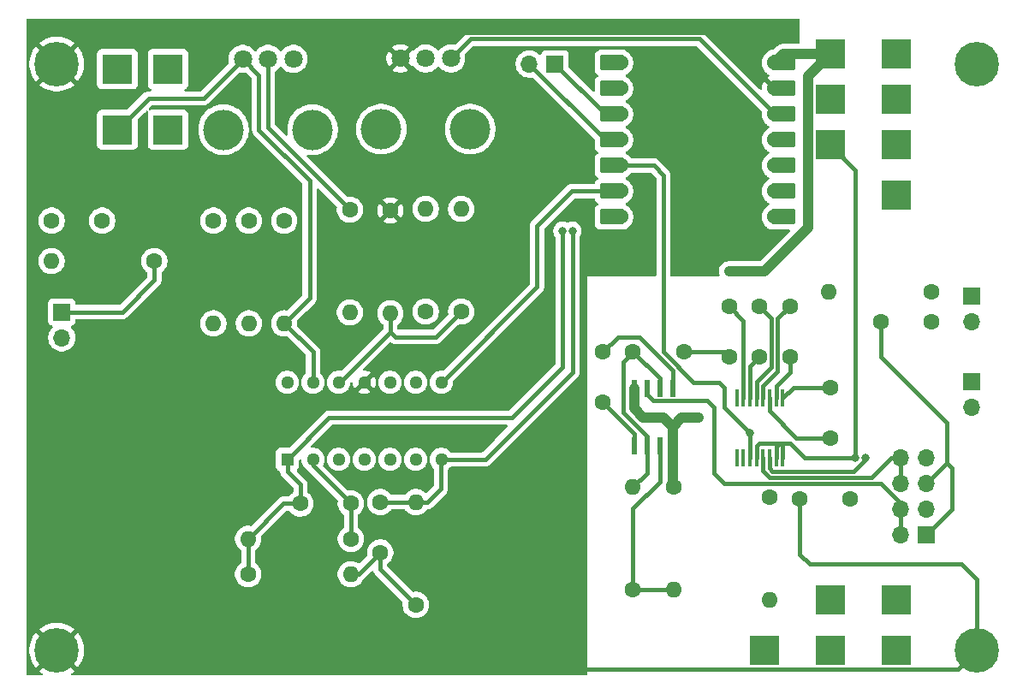
<source format=gtl>
G04 #@! TF.GenerationSoftware,KiCad,Pcbnew,9.0.0*
G04 #@! TF.CreationDate,2025-02-23T14:29:25+01:00*
G04 #@! TF.ProjectId,pcb_v0,7063625f-7630-42e6-9b69-6361645f7063,rev?*
G04 #@! TF.SameCoordinates,Original*
G04 #@! TF.FileFunction,Copper,L1,Top*
G04 #@! TF.FilePolarity,Positive*
%FSLAX46Y46*%
G04 Gerber Fmt 4.6, Leading zero omitted, Abs format (unit mm)*
G04 Created by KiCad (PCBNEW 9.0.0) date 2025-02-23 14:29:25*
%MOMM*%
%LPD*%
G01*
G04 APERTURE LIST*
G04 Aperture macros list*
%AMRoundRect*
0 Rectangle with rounded corners*
0 $1 Rounding radius*
0 $2 $3 $4 $5 $6 $7 $8 $9 X,Y pos of 4 corners*
0 Add a 4 corners polygon primitive as box body*
4,1,4,$2,$3,$4,$5,$6,$7,$8,$9,$2,$3,0*
0 Add four circle primitives for the rounded corners*
1,1,$1+$1,$2,$3*
1,1,$1+$1,$4,$5*
1,1,$1+$1,$6,$7*
1,1,$1+$1,$8,$9*
0 Add four rect primitives between the rounded corners*
20,1,$1+$1,$2,$3,$4,$5,0*
20,1,$1+$1,$4,$5,$6,$7,0*
20,1,$1+$1,$6,$7,$8,$9,0*
20,1,$1+$1,$8,$9,$2,$3,0*%
G04 Aperture macros list end*
G04 #@! TA.AperFunction,ComponentPad*
%ADD10C,1.600000*%
G04 #@! TD*
G04 #@! TA.AperFunction,ComponentPad*
%ADD11R,3.000000X3.000000*%
G04 #@! TD*
G04 #@! TA.AperFunction,ComponentPad*
%ADD12O,1.600000X1.600000*%
G04 #@! TD*
G04 #@! TA.AperFunction,ComponentPad*
%ADD13R,1.700000X1.700000*%
G04 #@! TD*
G04 #@! TA.AperFunction,ComponentPad*
%ADD14O,1.700000X1.700000*%
G04 #@! TD*
G04 #@! TA.AperFunction,SMDPad,CuDef*
%ADD15RoundRect,0.152400X1.063600X0.609600X-1.063600X0.609600X-1.063600X-0.609600X1.063600X-0.609600X0*%
G04 #@! TD*
G04 #@! TA.AperFunction,ComponentPad*
%ADD16C,1.524000*%
G04 #@! TD*
G04 #@! TA.AperFunction,SMDPad,CuDef*
%ADD17RoundRect,0.152400X-1.063600X-0.609600X1.063600X-0.609600X1.063600X0.609600X-1.063600X0.609600X0*%
G04 #@! TD*
G04 #@! TA.AperFunction,ComponentPad*
%ADD18C,2.600000*%
G04 #@! TD*
G04 #@! TA.AperFunction,ConnectorPad*
%ADD19C,4.400000*%
G04 #@! TD*
G04 #@! TA.AperFunction,SMDPad,CuDef*
%ADD20R,0.355600X1.778000*%
G04 #@! TD*
G04 #@! TA.AperFunction,SMDPad,CuDef*
%ADD21R,0.558800X1.663700*%
G04 #@! TD*
G04 #@! TA.AperFunction,WasherPad*
%ADD22C,4.000000*%
G04 #@! TD*
G04 #@! TA.AperFunction,ComponentPad*
%ADD23C,1.800000*%
G04 #@! TD*
G04 #@! TA.AperFunction,ComponentPad*
%ADD24R,1.295400X1.295400*%
G04 #@! TD*
G04 #@! TA.AperFunction,ComponentPad*
%ADD25C,1.295400*%
G04 #@! TD*
G04 #@! TA.AperFunction,ViaPad*
%ADD26C,0.800000*%
G04 #@! TD*
G04 #@! TA.AperFunction,Conductor*
%ADD27C,0.400000*%
G04 #@! TD*
G04 #@! TA.AperFunction,Conductor*
%ADD28C,1.000000*%
G04 #@! TD*
G04 APERTURE END LIST*
D10*
X107000000Y-67080000D03*
X112000000Y-67080000D03*
D11*
X177500000Y-109580000D03*
D10*
X140500000Y-66080000D03*
D12*
X140500000Y-76240000D03*
D11*
X118500000Y-58080000D03*
X118500000Y-52080000D03*
D10*
X161500000Y-80080000D03*
X161500000Y-85080000D03*
X144000000Y-76080000D03*
D12*
X144000000Y-65920000D03*
D13*
X198000000Y-83040000D03*
D14*
X198000000Y-85580000D03*
D11*
X113500000Y-52080000D03*
D10*
X136500000Y-66000000D03*
D12*
X136500000Y-76160000D03*
D10*
X174000000Y-80580000D03*
X174000000Y-75580000D03*
D15*
X162425000Y-51460000D03*
D16*
X163260000Y-51460000D03*
D15*
X162425000Y-54000000D03*
D16*
X163260000Y-54000000D03*
D15*
X162425000Y-56540000D03*
D16*
X163260000Y-56540000D03*
D15*
X162425000Y-59080000D03*
D16*
X163260000Y-59080000D03*
D15*
X162425000Y-61620000D03*
D16*
X163260000Y-61620000D03*
D15*
X162425000Y-64160000D03*
D16*
X163260000Y-64160000D03*
D15*
X162425000Y-66700000D03*
D16*
X163260000Y-66700000D03*
X178500000Y-66700000D03*
D17*
X179335000Y-66700000D03*
D16*
X178500000Y-64160000D03*
D17*
X179335000Y-64160000D03*
D16*
X178500000Y-61620000D03*
D17*
X179335000Y-61620000D03*
D16*
X178500000Y-59080000D03*
D17*
X179335000Y-59080000D03*
D16*
X178500000Y-56540000D03*
D17*
X179335000Y-56540000D03*
D16*
X178500000Y-54000000D03*
D17*
X179335000Y-54000000D03*
D16*
X178500000Y-51460000D03*
D17*
X179335000Y-51460000D03*
D10*
X177000000Y-75580000D03*
X177000000Y-80580000D03*
D11*
X184000000Y-50580000D03*
X190500000Y-50580000D03*
D10*
X139500000Y-94920000D03*
X139500000Y-99920000D03*
D13*
X198000000Y-74540000D03*
D14*
X198000000Y-77080000D03*
D18*
X198500000Y-109580000D03*
D19*
X198500000Y-109580000D03*
D11*
X184000000Y-59580000D03*
X184000000Y-109580000D03*
D10*
X194000000Y-74080000D03*
D12*
X183840000Y-74080000D03*
D10*
X131589693Y-95063738D03*
X136589693Y-95063738D03*
D13*
X156775000Y-51580000D03*
D14*
X154235000Y-51580000D03*
D10*
X180000000Y-75580000D03*
X180000000Y-80580000D03*
D13*
X193500000Y-98160000D03*
D14*
X190960000Y-98160000D03*
X193500000Y-95620000D03*
X190960000Y-95620000D03*
X193500000Y-93080000D03*
X190960000Y-93080000D03*
X193500000Y-90540000D03*
X190960000Y-90540000D03*
D13*
X108000000Y-76120000D03*
D14*
X108000000Y-78660000D03*
D10*
X184000000Y-83580000D03*
X184000000Y-88580000D03*
X168500000Y-93420000D03*
D12*
X168500000Y-103580000D03*
D11*
X113500000Y-58080000D03*
D10*
X126429693Y-102063738D03*
D12*
X136589693Y-102063738D03*
D11*
X190500000Y-104580000D03*
X190500000Y-55080000D03*
D10*
X130000000Y-67080000D03*
D12*
X130000000Y-77240000D03*
D10*
X123000000Y-67080000D03*
D12*
X123000000Y-77240000D03*
D10*
X194000000Y-77080000D03*
X189000000Y-77080000D03*
D20*
X179300000Y-84636400D03*
X178650002Y-84636400D03*
X178000000Y-84636400D03*
X177350002Y-84636400D03*
X176700003Y-84636400D03*
X176050002Y-84636400D03*
X175400003Y-84636400D03*
X174750002Y-84636400D03*
X174750002Y-90580000D03*
X175400000Y-90580000D03*
X176050002Y-90580000D03*
X176700000Y-90580000D03*
X177349999Y-90580000D03*
X178000000Y-90580000D03*
X178649999Y-90580000D03*
X179300000Y-90580000D03*
D11*
X184000000Y-104580000D03*
X190500000Y-59580000D03*
D18*
X107500000Y-109580000D03*
D19*
X107500000Y-109580000D03*
D21*
X168405000Y-83674250D03*
X167135000Y-83674250D03*
X165865000Y-83674250D03*
X164595000Y-83674250D03*
X164595000Y-89325750D03*
X165865000Y-89325750D03*
X167135000Y-89325750D03*
X168405000Y-89325750D03*
D10*
X178000000Y-94420000D03*
D12*
X178000000Y-104580000D03*
D18*
X198500000Y-51580000D03*
D19*
X198500000Y-51580000D03*
D10*
X181000000Y-94580000D03*
X186000000Y-94580000D03*
D22*
X132800000Y-58080000D03*
X124000000Y-58080000D03*
D23*
X125900000Y-51080000D03*
X128400000Y-51080000D03*
X130900000Y-51080000D03*
D11*
X184000000Y-55080000D03*
D18*
X107500000Y-51580000D03*
D19*
X107500000Y-51580000D03*
D10*
X164500000Y-103580000D03*
D12*
X164500000Y-93420000D03*
D10*
X164500000Y-80080000D03*
X169500000Y-80080000D03*
X143000000Y-105080000D03*
D12*
X143000000Y-94920000D03*
D10*
X136589693Y-98563738D03*
D12*
X126429693Y-98563738D03*
D10*
X117160000Y-71080000D03*
D12*
X107000000Y-71080000D03*
D24*
X130300000Y-90700000D03*
D25*
X132840000Y-90700000D03*
X135380000Y-90700000D03*
X137920000Y-90700000D03*
X140460000Y-90700000D03*
X143000000Y-90700000D03*
X145540000Y-90700000D03*
X145540000Y-83080000D03*
X143000000Y-83080000D03*
X140460000Y-83080000D03*
X137920000Y-83080000D03*
X135380000Y-83080000D03*
X132840000Y-83080000D03*
X130300000Y-83080000D03*
D11*
X190500000Y-109580000D03*
D10*
X147500000Y-76080000D03*
D12*
X147500000Y-65920000D03*
D11*
X190500000Y-64580000D03*
D10*
X126500000Y-67080000D03*
D12*
X126500000Y-77240000D03*
D22*
X148400000Y-58030000D03*
X139600000Y-58030000D03*
D23*
X141500000Y-51030000D03*
X144000000Y-51030000D03*
X146500000Y-51030000D03*
D26*
X168000000Y-51000000D03*
X148487268Y-88440258D03*
X187500003Y-90580000D03*
X144578703Y-88365453D03*
X176050002Y-88130002D03*
X186500000Y-90580000D03*
X171000000Y-86580000D03*
X174000000Y-72080000D03*
X158500000Y-68080000D03*
X157500000Y-68080000D03*
D27*
X178033200Y-92480000D02*
X177349999Y-91796799D01*
X190960000Y-90540000D02*
X190040000Y-90540000D01*
X190040000Y-90540000D02*
X188100000Y-92480000D01*
X190960000Y-93080000D02*
X190960000Y-90540000D01*
X188100000Y-92480000D02*
X178033200Y-92480000D01*
X177349999Y-91796799D02*
X177349999Y-90580000D01*
X197000000Y-101080000D02*
X198500000Y-102580000D01*
X196600000Y-111480000D02*
X109400000Y-111480000D01*
X168405000Y-81886471D02*
X168405000Y-83674250D01*
X181000000Y-100080000D02*
X182000000Y-101080000D01*
X144050000Y-48480000D02*
X141500000Y-51030000D01*
X181000000Y-94580000D02*
X181000000Y-100080000D01*
X169500000Y-80080000D02*
X173500000Y-80080000D01*
X184000000Y-83580000D02*
X180356400Y-83580000D01*
X109400000Y-111480000D02*
X107500000Y-109580000D01*
X163000000Y-78580000D02*
X165098529Y-78580000D01*
X198500000Y-109580000D02*
X196600000Y-111480000D01*
X165098529Y-78580000D02*
X168405000Y-81886471D01*
X161500000Y-80080000D02*
X163000000Y-78580000D01*
X180356400Y-83580000D02*
X179300000Y-84636400D01*
X178000000Y-91580000D02*
X178300000Y-91880000D01*
X178500000Y-54000000D02*
X172980000Y-48480000D01*
X186331371Y-91880000D02*
X187500003Y-90711368D01*
X187500003Y-90711368D02*
X187500003Y-90580000D01*
X173500000Y-80080000D02*
X174000000Y-80580000D01*
X172980000Y-48480000D02*
X144050000Y-48480000D01*
X198500000Y-102580000D02*
X198500000Y-109580000D01*
X178300000Y-91880000D02*
X186331371Y-91880000D01*
X182000000Y-101080000D02*
X197000000Y-101080000D01*
X178000000Y-90580000D02*
X178000000Y-91580000D01*
X173500000Y-85580000D02*
X173500000Y-83580000D01*
X170500000Y-83080000D02*
X167500000Y-80080000D01*
X173000000Y-83080000D02*
X170500000Y-83080000D01*
X176050002Y-90580000D02*
X176050002Y-88130002D01*
X167500000Y-62580000D02*
X166540000Y-61620000D01*
X167500000Y-80080000D02*
X167500000Y-62580000D01*
X166540000Y-61620000D02*
X163260000Y-61620000D01*
X176050002Y-88130002D02*
X173500000Y-85580000D01*
X173500000Y-83580000D02*
X173000000Y-83080000D01*
X178649999Y-89430001D02*
X179000000Y-89080000D01*
X179300000Y-89380000D02*
X179300000Y-90580000D01*
X179000000Y-89080000D02*
X179300000Y-89380000D01*
X176700000Y-89363199D02*
X176700000Y-90580000D01*
X178500000Y-56540000D02*
X171040000Y-49080000D01*
X186500000Y-90580000D02*
X181500000Y-90580000D01*
X186500000Y-90580000D02*
X186500000Y-62080000D01*
X180000000Y-89080000D02*
X179000000Y-89080000D01*
X179000000Y-89080000D02*
X176983199Y-89080000D01*
X176983199Y-89080000D02*
X176700000Y-89363199D01*
X181500000Y-90580000D02*
X180000000Y-89080000D01*
X148450000Y-49080000D02*
X146500000Y-51030000D01*
X186500000Y-62080000D02*
X184000000Y-59580000D01*
X178649999Y-90580000D02*
X178649999Y-89430001D01*
X171040000Y-49080000D02*
X148450000Y-49080000D01*
D28*
X168500000Y-93420000D02*
X168405000Y-93325000D01*
X168405000Y-89325750D02*
X168405000Y-87485000D01*
X168405000Y-87485000D02*
X167500000Y-86580000D01*
X168405000Y-93325000D02*
X168405000Y-89325750D01*
X171000000Y-86580000D02*
X169310000Y-86580000D01*
X174000000Y-72080000D02*
X177500000Y-72080000D01*
X165500000Y-86580000D02*
X164595000Y-85675000D01*
X167500000Y-86580000D02*
X165500000Y-86580000D01*
X184000000Y-50580000D02*
X179380000Y-50580000D01*
X169310000Y-86580000D02*
X168405000Y-87485000D01*
X177500000Y-72080000D02*
X181800000Y-67780000D01*
X164595000Y-85675000D02*
X164595000Y-83674250D01*
X181800000Y-67780000D02*
X181800000Y-52780000D01*
X181800000Y-52780000D02*
X184000000Y-50580000D01*
X179380000Y-50580000D02*
X178500000Y-51460000D01*
D27*
X189000000Y-93080000D02*
X173500000Y-93080000D01*
X172500000Y-85580000D02*
X171826100Y-84906100D01*
X190960000Y-95040000D02*
X189000000Y-93080000D01*
X172500000Y-92080000D02*
X172500000Y-85580000D01*
X171826100Y-84906100D02*
X166455600Y-84906100D01*
X190960000Y-95620000D02*
X190960000Y-95040000D01*
X173500000Y-93080000D02*
X172500000Y-92080000D01*
X190960000Y-95620000D02*
X190960000Y-98160000D01*
X166455600Y-84906100D02*
X165865000Y-84315500D01*
X165865000Y-84315500D02*
X165865000Y-83674250D01*
X189000000Y-77080000D02*
X189000000Y-80580000D01*
X193500000Y-98160000D02*
X196000000Y-95660000D01*
X196000000Y-95660000D02*
X196000000Y-91580000D01*
X195500000Y-87080000D02*
X195500000Y-91080000D01*
X196000000Y-91580000D02*
X195500000Y-91080000D01*
X189000000Y-80580000D02*
X195500000Y-87080000D01*
X195500000Y-91080000D02*
X193500000Y-93080000D01*
X161735000Y-59080000D02*
X163260000Y-59080000D01*
X154235000Y-51580000D02*
X161735000Y-59080000D01*
X156775000Y-51580000D02*
X161735000Y-56540000D01*
X161735000Y-56540000D02*
X163260000Y-56540000D01*
X117160000Y-72920000D02*
X113960000Y-76120000D01*
X113960000Y-76120000D02*
X108000000Y-76120000D01*
X117160000Y-71080000D02*
X117160000Y-72920000D01*
X158500000Y-82080000D02*
X158500000Y-68080000D01*
X143000000Y-94920000D02*
X144160000Y-94920000D01*
X145500000Y-93580000D02*
X145500000Y-90840000D01*
X149880000Y-90700000D02*
X151250000Y-89330000D01*
X151250000Y-89330000D02*
X158500000Y-82080000D01*
X145540000Y-90700000D02*
X149880000Y-90700000D01*
X144160000Y-94920000D02*
X145500000Y-93580000D01*
X143000000Y-94920000D02*
X139500000Y-94920000D01*
X157500000Y-81580000D02*
X152500000Y-86580000D01*
X126429693Y-102063738D02*
X126429693Y-98563738D01*
X131589693Y-95063738D02*
X129929693Y-95063738D01*
X157500000Y-68080000D02*
X157500000Y-81580000D01*
X130300000Y-90700000D02*
X130300000Y-91880000D01*
X129929693Y-95063738D02*
X126429693Y-98563738D01*
X152500000Y-86580000D02*
X134420000Y-86580000D01*
X134420000Y-86580000D02*
X130300000Y-90700000D01*
X131589693Y-93169693D02*
X131589693Y-95063738D01*
X130300000Y-91880000D02*
X131589693Y-93169693D01*
X140500000Y-76240000D02*
X140500000Y-78060000D01*
X135380000Y-83080000D02*
X135480000Y-83080000D01*
X140490000Y-78070000D02*
X141000000Y-78580000D01*
X141000000Y-78580000D02*
X145000000Y-78580000D01*
X135480000Y-83080000D02*
X140500000Y-78060000D01*
X140500000Y-78060000D02*
X140490000Y-78070000D01*
X145000000Y-78580000D02*
X147500000Y-76080000D01*
X132840000Y-90700000D02*
X132840000Y-91314045D01*
X132840000Y-91314045D02*
X136589693Y-95063738D01*
X136589693Y-95063738D02*
X136589693Y-98563738D01*
X161500000Y-85080000D02*
X164595000Y-88175000D01*
X164595000Y-88175000D02*
X164595000Y-89325750D01*
X165865000Y-92055000D02*
X165865000Y-89325750D01*
X163500000Y-86080000D02*
X163500000Y-81080000D01*
X164500000Y-80080000D02*
X167135000Y-82715000D01*
X163500000Y-81080000D02*
X164500000Y-80080000D01*
X167135000Y-82715000D02*
X167135000Y-83674250D01*
X165865000Y-89325750D02*
X165865000Y-88445000D01*
X165865000Y-88445000D02*
X163500000Y-86080000D01*
X164500000Y-93420000D02*
X165865000Y-92055000D01*
X164500000Y-95580000D02*
X167135000Y-92945000D01*
X164500000Y-103580000D02*
X164500000Y-95580000D01*
X167135000Y-92945000D02*
X167135000Y-89325750D01*
X168500000Y-103580000D02*
X164500000Y-103580000D01*
X184000000Y-88580000D02*
X180654600Y-88580000D01*
X178000000Y-85925400D02*
X178000000Y-84636400D01*
X180654600Y-88580000D02*
X178000000Y-85925400D01*
X174000000Y-75580000D02*
X175400003Y-76980003D01*
X175400003Y-76980003D02*
X175400003Y-84636400D01*
X178800000Y-81969600D02*
X177350002Y-83419598D01*
X180000000Y-75580000D02*
X178800000Y-76780000D01*
X178800000Y-76780000D02*
X178800000Y-81969600D01*
X177350002Y-83419598D02*
X177350002Y-84636400D01*
X178650002Y-83419598D02*
X178650002Y-84636400D01*
X180000000Y-82069600D02*
X178650002Y-83419598D01*
X180000000Y-80580000D02*
X180000000Y-82069600D01*
X176050002Y-81529998D02*
X176050002Y-84636400D01*
X177000000Y-80580000D02*
X176050002Y-81529998D01*
X178200000Y-76780000D02*
X178200000Y-81531472D01*
X176700003Y-83031469D02*
X176700003Y-84636400D01*
X177000000Y-75580000D02*
X178200000Y-76780000D01*
X178200000Y-81531472D02*
X176700003Y-83031469D01*
X130000000Y-77240000D02*
X132840000Y-80080000D01*
X130000000Y-77120000D02*
X130000000Y-77660000D01*
X132840000Y-80080000D02*
X132840000Y-83080000D01*
X127500000Y-58080000D02*
X127500000Y-52680000D01*
X116600000Y-54980000D02*
X122000000Y-54980000D01*
X130000000Y-77240000D02*
X132500000Y-74740000D01*
X127500000Y-52680000D02*
X125900000Y-51080000D01*
X132500000Y-74740000D02*
X132500000Y-63080000D01*
X132500000Y-63080000D02*
X127500000Y-58080000D01*
X122000000Y-54980000D02*
X125900000Y-51080000D01*
X113500000Y-58080000D02*
X116600000Y-54980000D01*
X128400000Y-57900000D02*
X136500000Y-66000000D01*
X128400000Y-51080000D02*
X128400000Y-57900000D01*
X139500000Y-99920000D02*
X139500000Y-101580000D01*
X136589693Y-102063738D02*
X137356262Y-102063738D01*
X137356262Y-102063738D02*
X139500000Y-99920000D01*
X139500000Y-101580000D02*
X143000000Y-105080000D01*
X163260000Y-64160000D02*
X158420000Y-64160000D01*
X158420000Y-64160000D02*
X155000000Y-67580000D01*
X155000000Y-67580000D02*
X155000000Y-73620000D01*
X155000000Y-73620000D02*
X145540000Y-83080000D01*
G04 #@! TA.AperFunction,Conductor*
G36*
X180943039Y-47100185D02*
G01*
X180988794Y-47152989D01*
X181000000Y-47204500D01*
X181000000Y-49455500D01*
X180980315Y-49522539D01*
X180927511Y-49568294D01*
X180876000Y-49579500D01*
X179281455Y-49579500D01*
X179187256Y-49598237D01*
X179187235Y-49598241D01*
X179184812Y-49598724D01*
X179088164Y-49617949D01*
X179073281Y-49624114D01*
X179064301Y-49627833D01*
X179064295Y-49627835D01*
X178906092Y-49693364D01*
X178906079Y-49693371D01*
X178742219Y-49802859D01*
X178689654Y-49855425D01*
X178602861Y-49942218D01*
X178602858Y-49942221D01*
X178383899Y-50161181D01*
X178322576Y-50194666D01*
X178296218Y-50197500D01*
X178205458Y-50197500D01*
X178168453Y-50200412D01*
X178168447Y-50200413D01*
X178010045Y-50246434D01*
X178010042Y-50246435D01*
X177868056Y-50330405D01*
X177868046Y-50330413D01*
X177771854Y-50426604D01*
X177757061Y-50439239D01*
X177677536Y-50497018D01*
X177537021Y-50637533D01*
X177420213Y-50798305D01*
X177329994Y-50975367D01*
X177329993Y-50975370D01*
X177268587Y-51164362D01*
X177252844Y-51263760D01*
X177237500Y-51360639D01*
X177237500Y-51559361D01*
X177238806Y-51567606D01*
X177268587Y-51755637D01*
X177329993Y-51944629D01*
X177329994Y-51944632D01*
X177408264Y-52098243D01*
X177420213Y-52121694D01*
X177537019Y-52282464D01*
X177537021Y-52282466D01*
X177677539Y-52422984D01*
X177757060Y-52480758D01*
X177763786Y-52486007D01*
X177767979Y-52489518D01*
X177868053Y-52589592D01*
X177934208Y-52628716D01*
X177941975Y-52635220D01*
X177955962Y-52656197D01*
X177973170Y-52674627D01*
X177975015Y-52684773D01*
X177980736Y-52693353D01*
X177981161Y-52718564D01*
X177985673Y-52743369D01*
X177981740Y-52752900D01*
X177981915Y-52763212D01*
X177968643Y-52784649D01*
X177959028Y-52807958D01*
X177948643Y-52816956D01*
X177945137Y-52822620D01*
X177938391Y-52825838D01*
X177925487Y-52837021D01*
X177868370Y-52870800D01*
X177868357Y-52870810D01*
X177796360Y-52942806D01*
X177796360Y-52942807D01*
X178415905Y-53562352D01*
X178328429Y-53585792D01*
X178227070Y-53644311D01*
X178144311Y-53727070D01*
X178085792Y-53828429D01*
X178062352Y-53915905D01*
X177447730Y-53301282D01*
X177447729Y-53301283D01*
X177420643Y-53338564D01*
X177330457Y-53515562D01*
X177269075Y-53704476D01*
X177269075Y-53704479D01*
X177238000Y-53900678D01*
X177238000Y-53987980D01*
X177218315Y-54055019D01*
X177165511Y-54100774D01*
X177096353Y-54110718D01*
X177032797Y-54081693D01*
X177026319Y-54075661D01*
X171486545Y-48535887D01*
X171371807Y-48459222D01*
X171244332Y-48406421D01*
X171244322Y-48406418D01*
X171108996Y-48379500D01*
X171108994Y-48379500D01*
X171108993Y-48379500D01*
X148381007Y-48379500D01*
X148381003Y-48379500D01*
X148283760Y-48398843D01*
X148283758Y-48398843D01*
X148272591Y-48401065D01*
X148245671Y-48406420D01*
X148192866Y-48428292D01*
X148118189Y-48459225D01*
X148118188Y-48459226D01*
X148097199Y-48473249D01*
X148097192Y-48473253D01*
X148003457Y-48535886D01*
X148003453Y-48535889D01*
X146913550Y-49625791D01*
X146852227Y-49659276D01*
X146806471Y-49660582D01*
X146610222Y-49629500D01*
X146389778Y-49629500D01*
X146317201Y-49640995D01*
X146172047Y-49663985D01*
X145962396Y-49732103D01*
X145962393Y-49732104D01*
X145765974Y-49832187D01*
X145587641Y-49961752D01*
X145587636Y-49961756D01*
X145431756Y-50117636D01*
X145431752Y-50117641D01*
X145350318Y-50229727D01*
X145294989Y-50272393D01*
X145225375Y-50278372D01*
X145163580Y-50245767D01*
X145149682Y-50229727D01*
X145068247Y-50117641D01*
X145068243Y-50117636D01*
X144912363Y-49961756D01*
X144912358Y-49961752D01*
X144734025Y-49832187D01*
X144734024Y-49832186D01*
X144734022Y-49832185D01*
X144638148Y-49783334D01*
X144537606Y-49732104D01*
X144537603Y-49732103D01*
X144327952Y-49663985D01*
X144219086Y-49646742D01*
X144110222Y-49629500D01*
X143889778Y-49629500D01*
X143817201Y-49640995D01*
X143672047Y-49663985D01*
X143462396Y-49732103D01*
X143462393Y-49732104D01*
X143265974Y-49832187D01*
X143087641Y-49961752D01*
X143087636Y-49961756D01*
X142931756Y-50117636D01*
X142850008Y-50230153D01*
X142794678Y-50272818D01*
X142725064Y-50278797D01*
X142663269Y-50246191D01*
X142651416Y-50232513D01*
X142651065Y-50232485D01*
X141982962Y-50900589D01*
X141965925Y-50837007D01*
X141900099Y-50722993D01*
X141807007Y-50629901D01*
X141692993Y-50564075D01*
X141629407Y-50547037D01*
X142297513Y-49878932D01*
X142233756Y-49832611D01*
X142037410Y-49732567D01*
X141827835Y-49664473D01*
X141610181Y-49630000D01*
X141389819Y-49630000D01*
X141172164Y-49664473D01*
X140962589Y-49732567D01*
X140766233Y-49832616D01*
X140702485Y-49878931D01*
X140702485Y-49878932D01*
X141370590Y-50547037D01*
X141307007Y-50564075D01*
X141192993Y-50629901D01*
X141099901Y-50722993D01*
X141034075Y-50837007D01*
X141017037Y-50900590D01*
X140348932Y-50232485D01*
X140348931Y-50232485D01*
X140302616Y-50296233D01*
X140202567Y-50492589D01*
X140134473Y-50702164D01*
X140100000Y-50919818D01*
X140100000Y-51140181D01*
X140134473Y-51357835D01*
X140202567Y-51567410D01*
X140302611Y-51763756D01*
X140348932Y-51827513D01*
X141017037Y-51159408D01*
X141034075Y-51222993D01*
X141099901Y-51337007D01*
X141192993Y-51430099D01*
X141307007Y-51495925D01*
X141370590Y-51512962D01*
X140702485Y-52181065D01*
X140702485Y-52181066D01*
X140766243Y-52227388D01*
X140962589Y-52327432D01*
X141172164Y-52395526D01*
X141389819Y-52430000D01*
X141610181Y-52430000D01*
X141827835Y-52395526D01*
X142037410Y-52327432D01*
X142233760Y-52227386D01*
X142297513Y-52181066D01*
X142297514Y-52181066D01*
X141629409Y-51512962D01*
X141692993Y-51495925D01*
X141807007Y-51430099D01*
X141900099Y-51337007D01*
X141965925Y-51222993D01*
X141982962Y-51159410D01*
X142651066Y-51827514D01*
X142652547Y-51827397D01*
X142704700Y-51787180D01*
X142774314Y-51781200D01*
X142836109Y-51813806D01*
X142850008Y-51829846D01*
X142931752Y-51942359D01*
X143087636Y-52098243D01*
X143087641Y-52098247D01*
X143201632Y-52181065D01*
X143265978Y-52227815D01*
X143383743Y-52287820D01*
X143462393Y-52327895D01*
X143462396Y-52327896D01*
X143567221Y-52361955D01*
X143672049Y-52396015D01*
X143889778Y-52430500D01*
X143889779Y-52430500D01*
X144110221Y-52430500D01*
X144110222Y-52430500D01*
X144327951Y-52396015D01*
X144537606Y-52327895D01*
X144734022Y-52227815D01*
X144912365Y-52098242D01*
X145068242Y-51942365D01*
X145149682Y-51830270D01*
X145205011Y-51787606D01*
X145274624Y-51781627D01*
X145336420Y-51814232D01*
X145350313Y-51830265D01*
X145429925Y-51939842D01*
X145431758Y-51942365D01*
X145587636Y-52098243D01*
X145587641Y-52098247D01*
X145701632Y-52181065D01*
X145765978Y-52227815D01*
X145883743Y-52287820D01*
X145962393Y-52327895D01*
X145962396Y-52327896D01*
X146067221Y-52361955D01*
X146172049Y-52396015D01*
X146389778Y-52430500D01*
X146389779Y-52430500D01*
X146610221Y-52430500D01*
X146610222Y-52430500D01*
X146827951Y-52396015D01*
X147037606Y-52327895D01*
X147234022Y-52227815D01*
X147412365Y-52098242D01*
X147568242Y-51942365D01*
X147697815Y-51764022D01*
X147797895Y-51567606D01*
X147866015Y-51357951D01*
X147900500Y-51140222D01*
X147900500Y-50919778D01*
X147869416Y-50723523D01*
X147878370Y-50654233D01*
X147904205Y-50616450D01*
X148703837Y-49816819D01*
X148765160Y-49783334D01*
X148791518Y-49780500D01*
X170698481Y-49780500D01*
X170765520Y-49800185D01*
X170786162Y-49816819D01*
X177216407Y-56247064D01*
X177249892Y-56308387D01*
X177251199Y-56354143D01*
X177237500Y-56440633D01*
X177237500Y-56639360D01*
X177268587Y-56835637D01*
X177329993Y-57024629D01*
X177329994Y-57024632D01*
X177420213Y-57201694D01*
X177537019Y-57362464D01*
X177537021Y-57362466D01*
X177677539Y-57502984D01*
X177757060Y-57560758D01*
X177763824Y-57566039D01*
X177767998Y-57569537D01*
X177868053Y-57669592D01*
X177933737Y-57708437D01*
X177941522Y-57714962D01*
X177955488Y-57735926D01*
X177972679Y-57754338D01*
X177974528Y-57764506D01*
X177980260Y-57773110D01*
X177980674Y-57798297D01*
X177985182Y-57823079D01*
X177981239Y-57832634D01*
X177981410Y-57842970D01*
X177968143Y-57864381D01*
X177958536Y-57887669D01*
X177948122Y-57896692D01*
X177944609Y-57902363D01*
X177937871Y-57905575D01*
X177924996Y-57916731D01*
X177870501Y-57948960D01*
X177868053Y-57950408D01*
X177868046Y-57950413D01*
X177771854Y-58046604D01*
X177757061Y-58059239D01*
X177677536Y-58117018D01*
X177537021Y-58257533D01*
X177420213Y-58418305D01*
X177329994Y-58595367D01*
X177329993Y-58595370D01*
X177268587Y-58784362D01*
X177237500Y-58980639D01*
X177237500Y-59179360D01*
X177268587Y-59375637D01*
X177329993Y-59564629D01*
X177329994Y-59564632D01*
X177398370Y-59698825D01*
X177420213Y-59741694D01*
X177537019Y-59902464D01*
X177537021Y-59902466D01*
X177677539Y-60042984D01*
X177757060Y-60100758D01*
X177763824Y-60106039D01*
X177767998Y-60109537D01*
X177868053Y-60209592D01*
X177933737Y-60248437D01*
X177941522Y-60254962D01*
X177955488Y-60275926D01*
X177972679Y-60294338D01*
X177974528Y-60304506D01*
X177980260Y-60313110D01*
X177980674Y-60338297D01*
X177985182Y-60363079D01*
X177981239Y-60372634D01*
X177981410Y-60382970D01*
X177968143Y-60404381D01*
X177958536Y-60427669D01*
X177948122Y-60436692D01*
X177944609Y-60442363D01*
X177937871Y-60445575D01*
X177924996Y-60456732D01*
X177868053Y-60490408D01*
X177868046Y-60490413D01*
X177771854Y-60586604D01*
X177757061Y-60599239D01*
X177677536Y-60657018D01*
X177537021Y-60797533D01*
X177420213Y-60958305D01*
X177329994Y-61135367D01*
X177329993Y-61135370D01*
X177268587Y-61324362D01*
X177237500Y-61520639D01*
X177237500Y-61719360D01*
X177268587Y-61915637D01*
X177329993Y-62104629D01*
X177329994Y-62104632D01*
X177403138Y-62248182D01*
X177420213Y-62281694D01*
X177537019Y-62442464D01*
X177537021Y-62442466D01*
X177677539Y-62582984D01*
X177757060Y-62640758D01*
X177763824Y-62646039D01*
X177767998Y-62649537D01*
X177868053Y-62749592D01*
X177933737Y-62788437D01*
X177941522Y-62794962D01*
X177955488Y-62815926D01*
X177972679Y-62834338D01*
X177974528Y-62844506D01*
X177980260Y-62853110D01*
X177980674Y-62878297D01*
X177985182Y-62903079D01*
X177981239Y-62912634D01*
X177981410Y-62922970D01*
X177968143Y-62944381D01*
X177958536Y-62967669D01*
X177948122Y-62976692D01*
X177944609Y-62982363D01*
X177937871Y-62985575D01*
X177924996Y-62996732D01*
X177868053Y-63030408D01*
X177868046Y-63030413D01*
X177771854Y-63126604D01*
X177757061Y-63139239D01*
X177677536Y-63197018D01*
X177537021Y-63337533D01*
X177420213Y-63498305D01*
X177329994Y-63675367D01*
X177329993Y-63675370D01*
X177268587Y-63864362D01*
X177237500Y-64060639D01*
X177237500Y-64259360D01*
X177268587Y-64455637D01*
X177329993Y-64644629D01*
X177329994Y-64644632D01*
X177406500Y-64794781D01*
X177420213Y-64821694D01*
X177537019Y-64982464D01*
X177537021Y-64982466D01*
X177677539Y-65122984D01*
X177757060Y-65180758D01*
X177763824Y-65186039D01*
X177767998Y-65189537D01*
X177868053Y-65289592D01*
X177933737Y-65328437D01*
X177941522Y-65334962D01*
X177955488Y-65355926D01*
X177972679Y-65374338D01*
X177974528Y-65384506D01*
X177980260Y-65393110D01*
X177980674Y-65418297D01*
X177985182Y-65443079D01*
X177981239Y-65452634D01*
X177981410Y-65462970D01*
X177968143Y-65484381D01*
X177958536Y-65507669D01*
X177948122Y-65516692D01*
X177944609Y-65522363D01*
X177937871Y-65525575D01*
X177924996Y-65536732D01*
X177868053Y-65570408D01*
X177868046Y-65570413D01*
X177771854Y-65666604D01*
X177757061Y-65679239D01*
X177677536Y-65737018D01*
X177537021Y-65877533D01*
X177420213Y-66038305D01*
X177329994Y-66215367D01*
X177329993Y-66215370D01*
X177268587Y-66404362D01*
X177237500Y-66600639D01*
X177237500Y-66799360D01*
X177268587Y-66995637D01*
X177329993Y-67184629D01*
X177329994Y-67184632D01*
X177404608Y-67331067D01*
X177420213Y-67361694D01*
X177537019Y-67522464D01*
X177537021Y-67522466D01*
X177677539Y-67662984D01*
X177757060Y-67720758D01*
X177771851Y-67733390D01*
X177868053Y-67829592D01*
X178010041Y-67913564D01*
X178037419Y-67921518D01*
X178168447Y-67959586D01*
X178168450Y-67959586D01*
X178168452Y-67959587D01*
X178205466Y-67962500D01*
X178400639Y-67962500D01*
X178599361Y-67962500D01*
X179903217Y-67962500D01*
X179970256Y-67982185D01*
X180016011Y-68034989D01*
X180025955Y-68104147D01*
X179996930Y-68167703D01*
X179990898Y-68174181D01*
X177121899Y-71043181D01*
X177060576Y-71076666D01*
X177034218Y-71079500D01*
X173901457Y-71079500D01*
X173708170Y-71117947D01*
X173708160Y-71117950D01*
X173526092Y-71193364D01*
X173526079Y-71193371D01*
X173362218Y-71302860D01*
X173362214Y-71302863D01*
X173222863Y-71442214D01*
X173222860Y-71442218D01*
X173113371Y-71606079D01*
X173113364Y-71606092D01*
X173037950Y-71788160D01*
X173037947Y-71788170D01*
X172999500Y-71981456D01*
X172999500Y-71981459D01*
X172999500Y-72178541D01*
X172999500Y-72178543D01*
X172999499Y-72178543D01*
X173037947Y-72371829D01*
X173037949Y-72371835D01*
X173053156Y-72408548D01*
X173060625Y-72478016D01*
X173029350Y-72540495D01*
X172969261Y-72576148D01*
X172938595Y-72580000D01*
X168324500Y-72580000D01*
X168257461Y-72560315D01*
X168211706Y-72507511D01*
X168200500Y-72456000D01*
X168200500Y-62511004D01*
X168173581Y-62375677D01*
X168173580Y-62375676D01*
X168173580Y-62375672D01*
X168140386Y-62295534D01*
X168120778Y-62248195D01*
X168120771Y-62248182D01*
X168064598Y-62164114D01*
X168044112Y-62133454D01*
X166986545Y-61075887D01*
X166871807Y-60999222D01*
X166744332Y-60946421D01*
X166744322Y-60946418D01*
X166608996Y-60919500D01*
X166608994Y-60919500D01*
X166608993Y-60919500D01*
X164374774Y-60919500D01*
X164307735Y-60899815D01*
X164274457Y-60868387D01*
X164222981Y-60797536D01*
X164082464Y-60657019D01*
X164002937Y-60599239D01*
X163996175Y-60593960D01*
X163992000Y-60590461D01*
X163891947Y-60490408D01*
X163826259Y-60451560D01*
X163818477Y-60445038D01*
X163804510Y-60424073D01*
X163787321Y-60405663D01*
X163785471Y-60395492D01*
X163779740Y-60386890D01*
X163779324Y-60361702D01*
X163774817Y-60336921D01*
X163778758Y-60327366D01*
X163778588Y-60317030D01*
X163791856Y-60295616D01*
X163801462Y-60272332D01*
X163811874Y-60263309D01*
X163815389Y-60257638D01*
X163822127Y-60254425D01*
X163835004Y-60243268D01*
X163891947Y-60209592D01*
X163988148Y-60113389D01*
X164002939Y-60100758D01*
X164082464Y-60042981D01*
X164222981Y-59902464D01*
X164339787Y-59741694D01*
X164430005Y-59564632D01*
X164491413Y-59375636D01*
X164522500Y-59179361D01*
X164522500Y-58980639D01*
X164491413Y-58784364D01*
X164430005Y-58595368D01*
X164430005Y-58595367D01*
X164355687Y-58449512D01*
X164339787Y-58418306D01*
X164222981Y-58257536D01*
X164082464Y-58117019D01*
X164002937Y-58059239D01*
X163996175Y-58053960D01*
X163992000Y-58050461D01*
X163891947Y-57950408D01*
X163826259Y-57911560D01*
X163818477Y-57905038D01*
X163804510Y-57884073D01*
X163787321Y-57865663D01*
X163785471Y-57855492D01*
X163779740Y-57846890D01*
X163779324Y-57821702D01*
X163774817Y-57796921D01*
X163778758Y-57787366D01*
X163778588Y-57777030D01*
X163791856Y-57755616D01*
X163801462Y-57732332D01*
X163811874Y-57723309D01*
X163815389Y-57717638D01*
X163822127Y-57714425D01*
X163835004Y-57703268D01*
X163891947Y-57669592D01*
X163988148Y-57573389D01*
X164002939Y-57560758D01*
X164082464Y-57502981D01*
X164222981Y-57362464D01*
X164339787Y-57201694D01*
X164430005Y-57024632D01*
X164491413Y-56835636D01*
X164522500Y-56639361D01*
X164522500Y-56440639D01*
X164491413Y-56244364D01*
X164444755Y-56100765D01*
X164430006Y-56055370D01*
X164430005Y-56055367D01*
X164339786Y-55878305D01*
X164310543Y-55838055D01*
X164222981Y-55717536D01*
X164082464Y-55577019D01*
X164002938Y-55519240D01*
X163996175Y-55513960D01*
X163992000Y-55510461D01*
X163891947Y-55410408D01*
X163826259Y-55371560D01*
X163818477Y-55365038D01*
X163804510Y-55344073D01*
X163787321Y-55325663D01*
X163785471Y-55315492D01*
X163779740Y-55306890D01*
X163779324Y-55281702D01*
X163774817Y-55256921D01*
X163778758Y-55247366D01*
X163778588Y-55237030D01*
X163791856Y-55215616D01*
X163801462Y-55192332D01*
X163811874Y-55183309D01*
X163815389Y-55177638D01*
X163822127Y-55174425D01*
X163835004Y-55163268D01*
X163891947Y-55129592D01*
X163988148Y-55033389D01*
X164002939Y-55020758D01*
X164082464Y-54962981D01*
X164222981Y-54822464D01*
X164339787Y-54661694D01*
X164430005Y-54484632D01*
X164491413Y-54295636D01*
X164522500Y-54099361D01*
X164522500Y-53900639D01*
X164491413Y-53704364D01*
X164430005Y-53515368D01*
X164430005Y-53515367D01*
X164339786Y-53338305D01*
X164222981Y-53177536D01*
X164082464Y-53037019D01*
X164002938Y-52979240D01*
X163996175Y-52973960D01*
X163992000Y-52970461D01*
X163891947Y-52870408D01*
X163826259Y-52831560D01*
X163818477Y-52825038D01*
X163804510Y-52804073D01*
X163787321Y-52785663D01*
X163785471Y-52775492D01*
X163779740Y-52766890D01*
X163779324Y-52741702D01*
X163774817Y-52716921D01*
X163778758Y-52707366D01*
X163778588Y-52697030D01*
X163791856Y-52675616D01*
X163801462Y-52652332D01*
X163811874Y-52643309D01*
X163815389Y-52637638D01*
X163822127Y-52634425D01*
X163835004Y-52623268D01*
X163891947Y-52589592D01*
X163988148Y-52493389D01*
X164002939Y-52480758D01*
X164082464Y-52422981D01*
X164222981Y-52282464D01*
X164339787Y-52121694D01*
X164430005Y-51944632D01*
X164491413Y-51755636D01*
X164522500Y-51559361D01*
X164522500Y-51360639D01*
X164491413Y-51164364D01*
X164447756Y-51029999D01*
X164430006Y-50975370D01*
X164430005Y-50975367D01*
X164377427Y-50872179D01*
X164339787Y-50798306D01*
X164222981Y-50637536D01*
X164082464Y-50497019D01*
X164048738Y-50472516D01*
X164002938Y-50439240D01*
X163988147Y-50426608D01*
X163891947Y-50330408D01*
X163891946Y-50330407D01*
X163891943Y-50330405D01*
X163749957Y-50246435D01*
X163749954Y-50246434D01*
X163591552Y-50200413D01*
X163591546Y-50200412D01*
X163554541Y-50197500D01*
X163554534Y-50197500D01*
X161295466Y-50197500D01*
X161295458Y-50197500D01*
X161258453Y-50200412D01*
X161258447Y-50200413D01*
X161100045Y-50246434D01*
X161100042Y-50246435D01*
X160958056Y-50330405D01*
X160958047Y-50330412D01*
X160841412Y-50447047D01*
X160841405Y-50447056D01*
X160757435Y-50589042D01*
X160757434Y-50589045D01*
X160711413Y-50747447D01*
X160711412Y-50747453D01*
X160708500Y-50784458D01*
X160708500Y-52135541D01*
X160711412Y-52172546D01*
X160711413Y-52172552D01*
X160757434Y-52330954D01*
X160757435Y-52330957D01*
X160841405Y-52472943D01*
X160841412Y-52472952D01*
X160958047Y-52589587D01*
X160958050Y-52589589D01*
X160958053Y-52589592D01*
X161014996Y-52623268D01*
X161062679Y-52674338D01*
X161075182Y-52743079D01*
X161048536Y-52807669D01*
X161014996Y-52836732D01*
X160958053Y-52870408D01*
X160958047Y-52870412D01*
X160841412Y-52987047D01*
X160841405Y-52987056D01*
X160757435Y-53129042D01*
X160757434Y-53129045D01*
X160711413Y-53287447D01*
X160711412Y-53287453D01*
X160708500Y-53324458D01*
X160708500Y-54223481D01*
X160688815Y-54290520D01*
X160636011Y-54336275D01*
X160566853Y-54346219D01*
X160503297Y-54317194D01*
X160496819Y-54311162D01*
X158161818Y-51976161D01*
X158128333Y-51914838D01*
X158125499Y-51888480D01*
X158125499Y-50682129D01*
X158125498Y-50682123D01*
X158119091Y-50622516D01*
X158068797Y-50487671D01*
X158068793Y-50487664D01*
X157982547Y-50372455D01*
X157982544Y-50372452D01*
X157867335Y-50286206D01*
X157867328Y-50286202D01*
X157732482Y-50235908D01*
X157732483Y-50235908D01*
X157672883Y-50229501D01*
X157672881Y-50229500D01*
X157672873Y-50229500D01*
X157672864Y-50229500D01*
X155877129Y-50229500D01*
X155877123Y-50229501D01*
X155817516Y-50235908D01*
X155682671Y-50286202D01*
X155682664Y-50286206D01*
X155567455Y-50372452D01*
X155567452Y-50372455D01*
X155481206Y-50487664D01*
X155481203Y-50487669D01*
X155432189Y-50619083D01*
X155390317Y-50675016D01*
X155324853Y-50699433D01*
X155256580Y-50684581D01*
X155228326Y-50663430D01*
X155114786Y-50549890D01*
X154942820Y-50424951D01*
X154753414Y-50328444D01*
X154753413Y-50328443D01*
X154753412Y-50328443D01*
X154551243Y-50262754D01*
X154551241Y-50262753D01*
X154551240Y-50262753D01*
X154389957Y-50237208D01*
X154341287Y-50229500D01*
X154128713Y-50229500D01*
X154080042Y-50237208D01*
X153918760Y-50262753D01*
X153716585Y-50328444D01*
X153527179Y-50424951D01*
X153355213Y-50549890D01*
X153204890Y-50700213D01*
X153079951Y-50872179D01*
X152983444Y-51061585D01*
X152917753Y-51263760D01*
X152884500Y-51473713D01*
X152884500Y-51686286D01*
X152907237Y-51829846D01*
X152917754Y-51896243D01*
X152983389Y-52098247D01*
X152983444Y-52098414D01*
X153079951Y-52287820D01*
X153204890Y-52459786D01*
X153355213Y-52610109D01*
X153527179Y-52735048D01*
X153527181Y-52735049D01*
X153527184Y-52735051D01*
X153716588Y-52831557D01*
X153918757Y-52897246D01*
X154128713Y-52930500D01*
X154128714Y-52930500D01*
X154341286Y-52930500D01*
X154341287Y-52930500D01*
X154497771Y-52905715D01*
X154567064Y-52914670D01*
X154604850Y-52940507D01*
X160672181Y-59007838D01*
X160705666Y-59069161D01*
X160708500Y-59095519D01*
X160708500Y-59755541D01*
X160711412Y-59792546D01*
X160711413Y-59792552D01*
X160757434Y-59950954D01*
X160757435Y-59950957D01*
X160841405Y-60092943D01*
X160841412Y-60092952D01*
X160958047Y-60209587D01*
X160958050Y-60209589D01*
X160958053Y-60209592D01*
X161014996Y-60243268D01*
X161062679Y-60294338D01*
X161075182Y-60363079D01*
X161048536Y-60427669D01*
X161014996Y-60456732D01*
X160958053Y-60490408D01*
X160958047Y-60490412D01*
X160841412Y-60607047D01*
X160841405Y-60607056D01*
X160757435Y-60749042D01*
X160757434Y-60749045D01*
X160711413Y-60907447D01*
X160711412Y-60907453D01*
X160708500Y-60944458D01*
X160708500Y-62295541D01*
X160711412Y-62332546D01*
X160711413Y-62332552D01*
X160757434Y-62490954D01*
X160757435Y-62490957D01*
X160841405Y-62632943D01*
X160841412Y-62632952D01*
X160958047Y-62749587D01*
X160958050Y-62749589D01*
X160958053Y-62749592D01*
X161014996Y-62783268D01*
X161062679Y-62834338D01*
X161075182Y-62903079D01*
X161048536Y-62967669D01*
X161014996Y-62996732D01*
X160958053Y-63030408D01*
X160958047Y-63030412D01*
X160841412Y-63147047D01*
X160841405Y-63147056D01*
X160757435Y-63289042D01*
X160757434Y-63289045D01*
X160733887Y-63370095D01*
X160696281Y-63428981D01*
X160632808Y-63458187D01*
X160614811Y-63459500D01*
X158351003Y-63459500D01*
X158253760Y-63478843D01*
X158253758Y-63478843D01*
X158242591Y-63481065D01*
X158215671Y-63486420D01*
X158162866Y-63508292D01*
X158088189Y-63539225D01*
X158088188Y-63539226D01*
X158067199Y-63553249D01*
X158067192Y-63553253D01*
X157973457Y-63615886D01*
X157973453Y-63615889D01*
X154455888Y-67133453D01*
X154455887Y-67133454D01*
X154379222Y-67248192D01*
X154326421Y-67375667D01*
X154326418Y-67375679D01*
X154304044Y-67488163D01*
X154304044Y-67488167D01*
X154299500Y-67511007D01*
X154299500Y-73278480D01*
X154279815Y-73345519D01*
X154263181Y-73366161D01*
X145733033Y-81896308D01*
X145671710Y-81929793D01*
X145635333Y-81930854D01*
X145635229Y-81932182D01*
X145630372Y-81931800D01*
X145630365Y-81931800D01*
X145449635Y-81931800D01*
X145408254Y-81938354D01*
X145271132Y-81960072D01*
X145099241Y-82015923D01*
X144938208Y-82097974D01*
X144792003Y-82204196D01*
X144664196Y-82332003D01*
X144557974Y-82478208D01*
X144475923Y-82639241D01*
X144420072Y-82811132D01*
X144401556Y-82928038D01*
X144391800Y-82989635D01*
X144391800Y-83170365D01*
X144394000Y-83184254D01*
X144420072Y-83348867D01*
X144420072Y-83348869D01*
X144420073Y-83348871D01*
X144475922Y-83520756D01*
X144557840Y-83681529D01*
X144557974Y-83681791D01*
X144664196Y-83827996D01*
X144792003Y-83955803D01*
X144922260Y-84050438D01*
X144938212Y-84062028D01*
X145099244Y-84144078D01*
X145271129Y-84199927D01*
X145449635Y-84228200D01*
X145449636Y-84228200D01*
X145630364Y-84228200D01*
X145630365Y-84228200D01*
X145808871Y-84199927D01*
X145980756Y-84144078D01*
X146141788Y-84062028D01*
X146223879Y-84002385D01*
X146287996Y-83955803D01*
X146287998Y-83955800D01*
X146288002Y-83955798D01*
X146415798Y-83828002D01*
X146415800Y-83827998D01*
X146415803Y-83827996D01*
X146469868Y-83753580D01*
X146522028Y-83681788D01*
X146604078Y-83520756D01*
X146659927Y-83348871D01*
X146688200Y-83170365D01*
X146688200Y-82989635D01*
X146688200Y-82989633D01*
X146687818Y-82984782D01*
X146690138Y-82984599D01*
X146697813Y-82924841D01*
X146723687Y-82886968D01*
X155544114Y-74066543D01*
X155574819Y-74020587D01*
X155620775Y-73951811D01*
X155673580Y-73824328D01*
X155700500Y-73688993D01*
X155700500Y-67921518D01*
X155720185Y-67854479D01*
X155736819Y-67833837D01*
X158673837Y-64896819D01*
X158735160Y-64863334D01*
X158761518Y-64860500D01*
X160614811Y-64860500D01*
X160681850Y-64880185D01*
X160727605Y-64932989D01*
X160733887Y-64949905D01*
X160757434Y-65030954D01*
X160757435Y-65030957D01*
X160841405Y-65172943D01*
X160841412Y-65172952D01*
X160958047Y-65289587D01*
X160958050Y-65289589D01*
X160958053Y-65289592D01*
X161014996Y-65323268D01*
X161062679Y-65374338D01*
X161075182Y-65443079D01*
X161048536Y-65507669D01*
X161014996Y-65536732D01*
X160958053Y-65570408D01*
X160958047Y-65570412D01*
X160841412Y-65687047D01*
X160841405Y-65687056D01*
X160757435Y-65829042D01*
X160757434Y-65829045D01*
X160711413Y-65987447D01*
X160711412Y-65987453D01*
X160708500Y-66024458D01*
X160708500Y-67375541D01*
X160711412Y-67412546D01*
X160711413Y-67412552D01*
X160757434Y-67570954D01*
X160757435Y-67570957D01*
X160841405Y-67712943D01*
X160841412Y-67712952D01*
X160958047Y-67829587D01*
X160958051Y-67829590D01*
X160958053Y-67829592D01*
X161100041Y-67913564D01*
X161127419Y-67921518D01*
X161258447Y-67959586D01*
X161258450Y-67959586D01*
X161258452Y-67959587D01*
X161295466Y-67962500D01*
X161295474Y-67962500D01*
X163554526Y-67962500D01*
X163554534Y-67962500D01*
X163591548Y-67959587D01*
X163591550Y-67959586D01*
X163591552Y-67959586D01*
X163633323Y-67947449D01*
X163749959Y-67913564D01*
X163891947Y-67829592D01*
X163988148Y-67733389D01*
X164002939Y-67720758D01*
X164082464Y-67662981D01*
X164222981Y-67522464D01*
X164339787Y-67361694D01*
X164430005Y-67184632D01*
X164491413Y-66995636D01*
X164522500Y-66799361D01*
X164522500Y-66600639D01*
X164491413Y-66404364D01*
X164436187Y-66234394D01*
X164430006Y-66215370D01*
X164430005Y-66215367D01*
X164361031Y-66080000D01*
X164339787Y-66038306D01*
X164222981Y-65877536D01*
X164082464Y-65737019D01*
X164067911Y-65726446D01*
X164002938Y-65679240D01*
X163996175Y-65673960D01*
X163992000Y-65670461D01*
X163891947Y-65570408D01*
X163826259Y-65531560D01*
X163818477Y-65525038D01*
X163804510Y-65504073D01*
X163787321Y-65485663D01*
X163785471Y-65475492D01*
X163779740Y-65466890D01*
X163779324Y-65441702D01*
X163774817Y-65416921D01*
X163778758Y-65407366D01*
X163778588Y-65397030D01*
X163791856Y-65375616D01*
X163801462Y-65352332D01*
X163811874Y-65343309D01*
X163815389Y-65337638D01*
X163822127Y-65334425D01*
X163835004Y-65323268D01*
X163891947Y-65289592D01*
X163988148Y-65193389D01*
X164002939Y-65180758D01*
X164082464Y-65122981D01*
X164222981Y-64982464D01*
X164339787Y-64821694D01*
X164430005Y-64644632D01*
X164491413Y-64455636D01*
X164522500Y-64259361D01*
X164522500Y-64060639D01*
X164491413Y-63864364D01*
X164430005Y-63675368D01*
X164430005Y-63675367D01*
X164339786Y-63498305D01*
X164331151Y-63486420D01*
X164222981Y-63337536D01*
X164082464Y-63197019D01*
X164002937Y-63139239D01*
X163996175Y-63133960D01*
X163992000Y-63130461D01*
X163891947Y-63030408D01*
X163826259Y-62991560D01*
X163818477Y-62985038D01*
X163804510Y-62964073D01*
X163787321Y-62945663D01*
X163785471Y-62935492D01*
X163779740Y-62926890D01*
X163779324Y-62901702D01*
X163774817Y-62876921D01*
X163778758Y-62867366D01*
X163778588Y-62857030D01*
X163791856Y-62835616D01*
X163801462Y-62812332D01*
X163811874Y-62803309D01*
X163815389Y-62797638D01*
X163822127Y-62794425D01*
X163835004Y-62783268D01*
X163891947Y-62749592D01*
X163988148Y-62653389D01*
X164002939Y-62640758D01*
X164082464Y-62582981D01*
X164222981Y-62442464D01*
X164274457Y-62371613D01*
X164329786Y-62328949D01*
X164374774Y-62320500D01*
X166198481Y-62320500D01*
X166265520Y-62340185D01*
X166286162Y-62356819D01*
X166763181Y-62833838D01*
X166796666Y-62895161D01*
X166799500Y-62921519D01*
X166799500Y-72456000D01*
X166779815Y-72523039D01*
X166727011Y-72568794D01*
X166675500Y-72580000D01*
X160000000Y-72580000D01*
X160000000Y-111955500D01*
X159980315Y-112022539D01*
X159927511Y-112068294D01*
X159876000Y-112079500D01*
X109027364Y-112079500D01*
X108960325Y-112059815D01*
X108914570Y-112007011D01*
X108904626Y-111937853D01*
X108933651Y-111874297D01*
X108961392Y-111850506D01*
X109064872Y-111785484D01*
X109224573Y-111658126D01*
X108082737Y-110516290D01*
X108216602Y-110419033D01*
X108339033Y-110296602D01*
X108436290Y-110162737D01*
X109578126Y-111304573D01*
X109705484Y-111144872D01*
X109866827Y-110888096D01*
X109998401Y-110614880D01*
X109998407Y-110614866D01*
X110098561Y-110328645D01*
X110098565Y-110328633D01*
X110166045Y-110032982D01*
X110166047Y-110032966D01*
X110199999Y-109731633D01*
X110200000Y-109731631D01*
X110200000Y-109428368D01*
X110199999Y-109428366D01*
X110166047Y-109127033D01*
X110166045Y-109127017D01*
X110098565Y-108831366D01*
X110098561Y-108831354D01*
X109998407Y-108545133D01*
X109998401Y-108545119D01*
X109866827Y-108271903D01*
X109705484Y-108015127D01*
X109578127Y-107855425D01*
X108436290Y-108997262D01*
X108339033Y-108863398D01*
X108216602Y-108740967D01*
X108082736Y-108643709D01*
X109224573Y-107501871D01*
X109064872Y-107374515D01*
X108808096Y-107213172D01*
X108534880Y-107081598D01*
X108534866Y-107081592D01*
X108248645Y-106981438D01*
X108248633Y-106981434D01*
X107952982Y-106913954D01*
X107952966Y-106913952D01*
X107651633Y-106880000D01*
X107348366Y-106880000D01*
X107047033Y-106913952D01*
X107047017Y-106913954D01*
X106751366Y-106981434D01*
X106751354Y-106981438D01*
X106465133Y-107081592D01*
X106465119Y-107081598D01*
X106191903Y-107213172D01*
X105935127Y-107374515D01*
X105775425Y-107501871D01*
X106917263Y-108643709D01*
X106783398Y-108740967D01*
X106660967Y-108863398D01*
X106563709Y-108997263D01*
X105421871Y-107855425D01*
X105294515Y-108015127D01*
X105133172Y-108271903D01*
X105001598Y-108545119D01*
X105001592Y-108545133D01*
X104901438Y-108831354D01*
X104901434Y-108831366D01*
X104833954Y-109127017D01*
X104833952Y-109127033D01*
X104800000Y-109428366D01*
X104800000Y-109731633D01*
X104833952Y-110032966D01*
X104833954Y-110032982D01*
X104901434Y-110328633D01*
X104901438Y-110328645D01*
X105001592Y-110614866D01*
X105001598Y-110614880D01*
X105133172Y-110888096D01*
X105294515Y-111144872D01*
X105421871Y-111304573D01*
X106563708Y-110162736D01*
X106660967Y-110296602D01*
X106783398Y-110419033D01*
X106917262Y-110516290D01*
X105775425Y-111658127D01*
X105935127Y-111785484D01*
X106038608Y-111850506D01*
X106084899Y-111902841D01*
X106095547Y-111971894D01*
X106067172Y-112035743D01*
X106008783Y-112074115D01*
X105972636Y-112079500D01*
X104624500Y-112079500D01*
X104557461Y-112059815D01*
X104511706Y-112007011D01*
X104500500Y-111955500D01*
X104500500Y-98461386D01*
X125129193Y-98461386D01*
X125129193Y-98666089D01*
X125161215Y-98868272D01*
X125224474Y-99062961D01*
X125317408Y-99245351D01*
X125437721Y-99410951D01*
X125582477Y-99555707D01*
X125678078Y-99625164D01*
X125720744Y-99680493D01*
X125729193Y-99725482D01*
X125729193Y-100901993D01*
X125709508Y-100969032D01*
X125678078Y-101002311D01*
X125582480Y-101071766D01*
X125582475Y-101071770D01*
X125437721Y-101216524D01*
X125317408Y-101382124D01*
X125224474Y-101564514D01*
X125161215Y-101759203D01*
X125129193Y-101961386D01*
X125129193Y-102166089D01*
X125161215Y-102368272D01*
X125224474Y-102562961D01*
X125317408Y-102745351D01*
X125437721Y-102910951D01*
X125582479Y-103055709D01*
X125737442Y-103168294D01*
X125748083Y-103176025D01*
X125864300Y-103235241D01*
X125930469Y-103268956D01*
X125930471Y-103268956D01*
X125930474Y-103268958D01*
X125950504Y-103275466D01*
X126125158Y-103332215D01*
X126226250Y-103348226D01*
X126327341Y-103364238D01*
X126327342Y-103364238D01*
X126532044Y-103364238D01*
X126532045Y-103364238D01*
X126734227Y-103332215D01*
X126928912Y-103268958D01*
X127111303Y-103176025D01*
X127204283Y-103108470D01*
X127276906Y-103055709D01*
X127276908Y-103055706D01*
X127276912Y-103055704D01*
X127421659Y-102910957D01*
X127421661Y-102910953D01*
X127421664Y-102910951D01*
X127474425Y-102838328D01*
X127541980Y-102745348D01*
X127634913Y-102562957D01*
X127698170Y-102368272D01*
X127730193Y-102166090D01*
X127730193Y-101961386D01*
X135289193Y-101961386D01*
X135289193Y-102166089D01*
X135321215Y-102368272D01*
X135384474Y-102562961D01*
X135477408Y-102745351D01*
X135597721Y-102910951D01*
X135742479Y-103055709D01*
X135897442Y-103168294D01*
X135908083Y-103176025D01*
X136024300Y-103235241D01*
X136090469Y-103268956D01*
X136090471Y-103268956D01*
X136090474Y-103268958D01*
X136110504Y-103275466D01*
X136285158Y-103332215D01*
X136386250Y-103348226D01*
X136487341Y-103364238D01*
X136487342Y-103364238D01*
X136692044Y-103364238D01*
X136692045Y-103364238D01*
X136894227Y-103332215D01*
X137088912Y-103268958D01*
X137271303Y-103176025D01*
X137364283Y-103108470D01*
X137436906Y-103055709D01*
X137436908Y-103055706D01*
X137436912Y-103055704D01*
X137581659Y-102910957D01*
X137581661Y-102910953D01*
X137581664Y-102910951D01*
X137637713Y-102833804D01*
X137701980Y-102745348D01*
X137741466Y-102667851D01*
X137783064Y-102621042D01*
X137802805Y-102607852D01*
X138636592Y-101774063D01*
X138697913Y-101740580D01*
X138767604Y-101745564D01*
X138823538Y-101787435D01*
X138838832Y-101814294D01*
X138879222Y-101911807D01*
X138955887Y-102026545D01*
X138955888Y-102026546D01*
X141683194Y-104753850D01*
X141716679Y-104815173D01*
X141717986Y-104860929D01*
X141699500Y-104977642D01*
X141699500Y-105182351D01*
X141731522Y-105384534D01*
X141794781Y-105579223D01*
X141887715Y-105761613D01*
X142008028Y-105927213D01*
X142152786Y-106071971D01*
X142307749Y-106184556D01*
X142318390Y-106192287D01*
X142434607Y-106251503D01*
X142500776Y-106285218D01*
X142500778Y-106285218D01*
X142500781Y-106285220D01*
X142605137Y-106319127D01*
X142695465Y-106348477D01*
X142796557Y-106364488D01*
X142897648Y-106380500D01*
X142897649Y-106380500D01*
X143102351Y-106380500D01*
X143102352Y-106380500D01*
X143304534Y-106348477D01*
X143499219Y-106285220D01*
X143681610Y-106192287D01*
X143774590Y-106124732D01*
X143847213Y-106071971D01*
X143847215Y-106071968D01*
X143847219Y-106071966D01*
X143991966Y-105927219D01*
X143991968Y-105927215D01*
X143991971Y-105927213D01*
X144044732Y-105854590D01*
X144112287Y-105761610D01*
X144205220Y-105579219D01*
X144268477Y-105384534D01*
X144300500Y-105182352D01*
X144300500Y-104977648D01*
X144274766Y-104815173D01*
X144268477Y-104775465D01*
X144205218Y-104580776D01*
X144171503Y-104514607D01*
X144112287Y-104398390D01*
X144104556Y-104387749D01*
X143991971Y-104232786D01*
X143847213Y-104088028D01*
X143681613Y-103967715D01*
X143681612Y-103967714D01*
X143681610Y-103967713D01*
X143624653Y-103938691D01*
X143499223Y-103874781D01*
X143304534Y-103811522D01*
X143129995Y-103783878D01*
X143102352Y-103779500D01*
X142897648Y-103779500D01*
X142897643Y-103779500D01*
X142780929Y-103797986D01*
X142711636Y-103789032D01*
X142673850Y-103763194D01*
X140236819Y-101326162D01*
X140222115Y-101299234D01*
X140205523Y-101273416D01*
X140204631Y-101267215D01*
X140203334Y-101264839D01*
X140200500Y-101238481D01*
X140200500Y-101081744D01*
X140220185Y-101014705D01*
X140251615Y-100981426D01*
X140347215Y-100911969D01*
X140347215Y-100911968D01*
X140347219Y-100911966D01*
X140491966Y-100767219D01*
X140491968Y-100767215D01*
X140491971Y-100767213D01*
X140544732Y-100694590D01*
X140612287Y-100601610D01*
X140705220Y-100419219D01*
X140768477Y-100224534D01*
X140800500Y-100022352D01*
X140800500Y-99817648D01*
X140785902Y-99725482D01*
X140768477Y-99615465D01*
X140705218Y-99420776D01*
X140671503Y-99354607D01*
X140612287Y-99238390D01*
X140604556Y-99227749D01*
X140491971Y-99072786D01*
X140347213Y-98928028D01*
X140181613Y-98807715D01*
X140181612Y-98807714D01*
X140181610Y-98807713D01*
X140124653Y-98778691D01*
X139999223Y-98714781D01*
X139804534Y-98651522D01*
X139629995Y-98623878D01*
X139602352Y-98619500D01*
X139397648Y-98619500D01*
X139373329Y-98623351D01*
X139195465Y-98651522D01*
X139000776Y-98714781D01*
X138818386Y-98807715D01*
X138652786Y-98928028D01*
X138508028Y-99072786D01*
X138387715Y-99238386D01*
X138294781Y-99420776D01*
X138231522Y-99615465D01*
X138199500Y-99817648D01*
X138199500Y-100022351D01*
X138217986Y-100139069D01*
X138209031Y-100208363D01*
X138183194Y-100246148D01*
X137465844Y-100963497D01*
X137404521Y-100996982D01*
X137334829Y-100991998D01*
X137305280Y-100976136D01*
X137287883Y-100963497D01*
X137271303Y-100951451D01*
X137262530Y-100946981D01*
X137088916Y-100858519D01*
X136894227Y-100795260D01*
X136717142Y-100767213D01*
X136692045Y-100763238D01*
X136487341Y-100763238D01*
X136463022Y-100767089D01*
X136285158Y-100795260D01*
X136090469Y-100858519D01*
X135908079Y-100951453D01*
X135742479Y-101071766D01*
X135597721Y-101216524D01*
X135477408Y-101382124D01*
X135384474Y-101564514D01*
X135321215Y-101759203D01*
X135289193Y-101961386D01*
X127730193Y-101961386D01*
X127706896Y-101814294D01*
X127698170Y-101759203D01*
X127634911Y-101564514D01*
X127601196Y-101498345D01*
X127541980Y-101382128D01*
X127501319Y-101326162D01*
X127421664Y-101216524D01*
X127276910Y-101071770D01*
X127276905Y-101071766D01*
X127181308Y-101002311D01*
X127138642Y-100946981D01*
X127130193Y-100901993D01*
X127130193Y-99725482D01*
X127149878Y-99658443D01*
X127181308Y-99625164D01*
X127276908Y-99555707D01*
X127276908Y-99555706D01*
X127276912Y-99555704D01*
X127421659Y-99410957D01*
X127421661Y-99410953D01*
X127421664Y-99410951D01*
X127474425Y-99338328D01*
X127541980Y-99245348D01*
X127634913Y-99062957D01*
X127698170Y-98868272D01*
X127730193Y-98666090D01*
X127730193Y-98461386D01*
X127711706Y-98344667D01*
X127720660Y-98275374D01*
X127746495Y-98237591D01*
X130183530Y-95800557D01*
X130210457Y-95785853D01*
X130236276Y-95769261D01*
X130242476Y-95768369D01*
X130244853Y-95767072D01*
X130271211Y-95764238D01*
X130427949Y-95764238D01*
X130494988Y-95783923D01*
X130528268Y-95815354D01*
X130597723Y-95910953D01*
X130742479Y-96055709D01*
X130838155Y-96125220D01*
X130908083Y-96176025D01*
X130995370Y-96220500D01*
X131090469Y-96268956D01*
X131090471Y-96268956D01*
X131090474Y-96268958D01*
X131194830Y-96302865D01*
X131285158Y-96332215D01*
X131386250Y-96348226D01*
X131487341Y-96364238D01*
X131487342Y-96364238D01*
X131692044Y-96364238D01*
X131692045Y-96364238D01*
X131894227Y-96332215D01*
X132088912Y-96268958D01*
X132271303Y-96176025D01*
X132364283Y-96108470D01*
X132436906Y-96055709D01*
X132436908Y-96055706D01*
X132436912Y-96055704D01*
X132581659Y-95910957D01*
X132581661Y-95910953D01*
X132581664Y-95910951D01*
X132651118Y-95815354D01*
X132701980Y-95745348D01*
X132794913Y-95562957D01*
X132858170Y-95368272D01*
X132890193Y-95166090D01*
X132890193Y-94961386D01*
X132858170Y-94759204D01*
X132844314Y-94716561D01*
X132814636Y-94625220D01*
X132794913Y-94564519D01*
X132794911Y-94564516D01*
X132794911Y-94564514D01*
X132732976Y-94442961D01*
X132701980Y-94382128D01*
X132655133Y-94317648D01*
X132581664Y-94216524D01*
X132436910Y-94071770D01*
X132436905Y-94071766D01*
X132341308Y-94002311D01*
X132298642Y-93946981D01*
X132290193Y-93901993D01*
X132290193Y-93100697D01*
X132290192Y-93100695D01*
X132263274Y-92965371D01*
X132263273Y-92965367D01*
X132263273Y-92965365D01*
X132255287Y-92946086D01*
X132213816Y-92845965D01*
X132210468Y-92837882D01*
X132150537Y-92748189D01*
X132133808Y-92723152D01*
X132133807Y-92723151D01*
X132036235Y-92625579D01*
X131298149Y-91887493D01*
X131264666Y-91826172D01*
X131269650Y-91756480D01*
X131301456Y-91713992D01*
X131298978Y-91711513D01*
X131305238Y-91705251D01*
X131305246Y-91705246D01*
X131391496Y-91590031D01*
X131441791Y-91455183D01*
X131448200Y-91395573D01*
X131448199Y-90827895D01*
X131467883Y-90760858D01*
X131520687Y-90715103D01*
X131589846Y-90705159D01*
X131653402Y-90734184D01*
X131691176Y-90792962D01*
X131694672Y-90808499D01*
X131697744Y-90827897D01*
X131720073Y-90968871D01*
X131775922Y-91140756D01*
X131847125Y-91280500D01*
X131857974Y-91301791D01*
X131964196Y-91447996D01*
X131964202Y-91448002D01*
X132091998Y-91575798D01*
X132230371Y-91676331D01*
X132260587Y-91707759D01*
X132264752Y-91713992D01*
X132295884Y-91760586D01*
X132295888Y-91760591D01*
X135272887Y-94737589D01*
X135306372Y-94798912D01*
X135307679Y-94844667D01*
X135289193Y-94961385D01*
X135289193Y-95166089D01*
X135321215Y-95368272D01*
X135384474Y-95562961D01*
X135448384Y-95688391D01*
X135464745Y-95720500D01*
X135477408Y-95745351D01*
X135597721Y-95910951D01*
X135742477Y-96055707D01*
X135838078Y-96125164D01*
X135880744Y-96180493D01*
X135889193Y-96225482D01*
X135889193Y-97401993D01*
X135869508Y-97469032D01*
X135838078Y-97502311D01*
X135742480Y-97571766D01*
X135742475Y-97571770D01*
X135597721Y-97716524D01*
X135477408Y-97882124D01*
X135384474Y-98064514D01*
X135321215Y-98259203D01*
X135289193Y-98461386D01*
X135289193Y-98666089D01*
X135321215Y-98868272D01*
X135384474Y-99062961D01*
X135477408Y-99245351D01*
X135597721Y-99410951D01*
X135742479Y-99555709D01*
X135838078Y-99625164D01*
X135908083Y-99676025D01*
X136005148Y-99725482D01*
X136090469Y-99768956D01*
X136090471Y-99768956D01*
X136090474Y-99768958D01*
X136194830Y-99802865D01*
X136285158Y-99832215D01*
X136386250Y-99848226D01*
X136487341Y-99864238D01*
X136487342Y-99864238D01*
X136692044Y-99864238D01*
X136692045Y-99864238D01*
X136894227Y-99832215D01*
X137088912Y-99768958D01*
X137271303Y-99676025D01*
X137364283Y-99608470D01*
X137436906Y-99555709D01*
X137436908Y-99555706D01*
X137436912Y-99555704D01*
X137581659Y-99410957D01*
X137581661Y-99410953D01*
X137581664Y-99410951D01*
X137634425Y-99338328D01*
X137701980Y-99245348D01*
X137794913Y-99062957D01*
X137858170Y-98868272D01*
X137890193Y-98666090D01*
X137890193Y-98461386D01*
X137858170Y-98259204D01*
X137794913Y-98064519D01*
X137794911Y-98064516D01*
X137794911Y-98064514D01*
X137761196Y-97998345D01*
X137701980Y-97882128D01*
X137694249Y-97871487D01*
X137581664Y-97716524D01*
X137436910Y-97571770D01*
X137436905Y-97571766D01*
X137341308Y-97502311D01*
X137298642Y-97446981D01*
X137290193Y-97401993D01*
X137290193Y-96225482D01*
X137309878Y-96158443D01*
X137341308Y-96125164D01*
X137436908Y-96055707D01*
X137436908Y-96055706D01*
X137436912Y-96055704D01*
X137581659Y-95910957D01*
X137581661Y-95910953D01*
X137581664Y-95910951D01*
X137651118Y-95815354D01*
X137701980Y-95745348D01*
X137794913Y-95562957D01*
X137858170Y-95368272D01*
X137890193Y-95166090D01*
X137890193Y-94961386D01*
X137858170Y-94759204D01*
X137844314Y-94716561D01*
X137814636Y-94625220D01*
X137794913Y-94564519D01*
X137794911Y-94564516D01*
X137794911Y-94564514D01*
X137732976Y-94442961D01*
X137701980Y-94382128D01*
X137655133Y-94317648D01*
X137581664Y-94216524D01*
X137436906Y-94071766D01*
X137271306Y-93951453D01*
X137271305Y-93951452D01*
X137271303Y-93951451D01*
X137208044Y-93919219D01*
X137088916Y-93858519D01*
X136894227Y-93795260D01*
X136719688Y-93767616D01*
X136692045Y-93763238D01*
X136487341Y-93763238D01*
X136370622Y-93781724D01*
X136301329Y-93772769D01*
X136263544Y-93746932D01*
X133884507Y-91367895D01*
X133851022Y-91306572D01*
X133856006Y-91236880D01*
X133861699Y-91223929D01*
X133904078Y-91140756D01*
X133959927Y-90968871D01*
X133988200Y-90790365D01*
X133988200Y-90609635D01*
X134231800Y-90609635D01*
X134231800Y-90790365D01*
X134260073Y-90968871D01*
X134315922Y-91140756D01*
X134387125Y-91280500D01*
X134397974Y-91301791D01*
X134504196Y-91447996D01*
X134632003Y-91575803D01*
X134719499Y-91639371D01*
X134778212Y-91682028D01*
X134939244Y-91764078D01*
X135111129Y-91819927D01*
X135289635Y-91848200D01*
X135289636Y-91848200D01*
X135470364Y-91848200D01*
X135470365Y-91848200D01*
X135648871Y-91819927D01*
X135820756Y-91764078D01*
X135981788Y-91682028D01*
X136091617Y-91602233D01*
X136127996Y-91575803D01*
X136127998Y-91575800D01*
X136128002Y-91575798D01*
X136255798Y-91448002D01*
X136255800Y-91447998D01*
X136255803Y-91447996D01*
X136313999Y-91367895D01*
X136362028Y-91301788D01*
X136444078Y-91140756D01*
X136499927Y-90968871D01*
X136528200Y-90790365D01*
X136528200Y-90609635D01*
X136771800Y-90609635D01*
X136771800Y-90790365D01*
X136800073Y-90968871D01*
X136855922Y-91140756D01*
X136927125Y-91280500D01*
X136937974Y-91301791D01*
X137044196Y-91447996D01*
X137172003Y-91575803D01*
X137259499Y-91639371D01*
X137318212Y-91682028D01*
X137479244Y-91764078D01*
X137651129Y-91819927D01*
X137829635Y-91848200D01*
X137829636Y-91848200D01*
X138010364Y-91848200D01*
X138010365Y-91848200D01*
X138188871Y-91819927D01*
X138360756Y-91764078D01*
X138521788Y-91682028D01*
X138631617Y-91602233D01*
X138667996Y-91575803D01*
X138667998Y-91575800D01*
X138668002Y-91575798D01*
X138795798Y-91448002D01*
X138795800Y-91447998D01*
X138795803Y-91447996D01*
X138853999Y-91367895D01*
X138902028Y-91301788D01*
X138984078Y-91140756D01*
X139039927Y-90968871D01*
X139068200Y-90790365D01*
X139068200Y-90609635D01*
X139311800Y-90609635D01*
X139311800Y-90790365D01*
X139340073Y-90968871D01*
X139395922Y-91140756D01*
X139467125Y-91280500D01*
X139477974Y-91301791D01*
X139584196Y-91447996D01*
X139712003Y-91575803D01*
X139799499Y-91639371D01*
X139858212Y-91682028D01*
X140019244Y-91764078D01*
X140191129Y-91819927D01*
X140369635Y-91848200D01*
X140369636Y-91848200D01*
X140550364Y-91848200D01*
X140550365Y-91848200D01*
X140728871Y-91819927D01*
X140900756Y-91764078D01*
X141061788Y-91682028D01*
X141171617Y-91602233D01*
X141207996Y-91575803D01*
X141207998Y-91575800D01*
X141208002Y-91575798D01*
X141335798Y-91448002D01*
X141335800Y-91447998D01*
X141335803Y-91447996D01*
X141393999Y-91367895D01*
X141442028Y-91301788D01*
X141524078Y-91140756D01*
X141579927Y-90968871D01*
X141608200Y-90790365D01*
X141608200Y-90609635D01*
X141851800Y-90609635D01*
X141851800Y-90790365D01*
X141880073Y-90968871D01*
X141935922Y-91140756D01*
X142007125Y-91280500D01*
X142017974Y-91301791D01*
X142124196Y-91447996D01*
X142252003Y-91575803D01*
X142339499Y-91639371D01*
X142398212Y-91682028D01*
X142559244Y-91764078D01*
X142731129Y-91819927D01*
X142909635Y-91848200D01*
X142909636Y-91848200D01*
X143090364Y-91848200D01*
X143090365Y-91848200D01*
X143268871Y-91819927D01*
X143440756Y-91764078D01*
X143601788Y-91682028D01*
X143711617Y-91602233D01*
X143747996Y-91575803D01*
X143747998Y-91575800D01*
X143748002Y-91575798D01*
X143875798Y-91448002D01*
X143875800Y-91447998D01*
X143875803Y-91447996D01*
X143933999Y-91367895D01*
X143982028Y-91301788D01*
X144064078Y-91140756D01*
X144119927Y-90968871D01*
X144148200Y-90790365D01*
X144148200Y-90609635D01*
X144119927Y-90431129D01*
X144064078Y-90259244D01*
X143982028Y-90098212D01*
X143936746Y-90035886D01*
X143875803Y-89952003D01*
X143747996Y-89824196D01*
X143601791Y-89717974D01*
X143601790Y-89717973D01*
X143601788Y-89717972D01*
X143440756Y-89635922D01*
X143268871Y-89580073D01*
X143268869Y-89580072D01*
X143268867Y-89580072D01*
X143130823Y-89558208D01*
X143090365Y-89551800D01*
X142909635Y-89551800D01*
X142869177Y-89558208D01*
X142731132Y-89580072D01*
X142559241Y-89635923D01*
X142398208Y-89717974D01*
X142252003Y-89824196D01*
X142124196Y-89952003D01*
X142017974Y-90098208D01*
X141935923Y-90259241D01*
X141880072Y-90431132D01*
X141862440Y-90542457D01*
X141851800Y-90609635D01*
X141608200Y-90609635D01*
X141579927Y-90431129D01*
X141524078Y-90259244D01*
X141442028Y-90098212D01*
X141396746Y-90035886D01*
X141335803Y-89952003D01*
X141207996Y-89824196D01*
X141061791Y-89717974D01*
X141061790Y-89717973D01*
X141061788Y-89717972D01*
X140900756Y-89635922D01*
X140728871Y-89580073D01*
X140728869Y-89580072D01*
X140728867Y-89580072D01*
X140590823Y-89558208D01*
X140550365Y-89551800D01*
X140369635Y-89551800D01*
X140329177Y-89558208D01*
X140191132Y-89580072D01*
X140019241Y-89635923D01*
X139858208Y-89717974D01*
X139712003Y-89824196D01*
X139584196Y-89952003D01*
X139477974Y-90098208D01*
X139395923Y-90259241D01*
X139340072Y-90431132D01*
X139322440Y-90542457D01*
X139311800Y-90609635D01*
X139068200Y-90609635D01*
X139039927Y-90431129D01*
X138984078Y-90259244D01*
X138902028Y-90098212D01*
X138856746Y-90035886D01*
X138795803Y-89952003D01*
X138667996Y-89824196D01*
X138521791Y-89717974D01*
X138521790Y-89717973D01*
X138521788Y-89717972D01*
X138360756Y-89635922D01*
X138188871Y-89580073D01*
X138188869Y-89580072D01*
X138188867Y-89580072D01*
X138050823Y-89558208D01*
X138010365Y-89551800D01*
X137829635Y-89551800D01*
X137789177Y-89558208D01*
X137651132Y-89580072D01*
X137479241Y-89635923D01*
X137318208Y-89717974D01*
X137172003Y-89824196D01*
X137044196Y-89952003D01*
X136937974Y-90098208D01*
X136855923Y-90259241D01*
X136800072Y-90431132D01*
X136782440Y-90542457D01*
X136771800Y-90609635D01*
X136528200Y-90609635D01*
X136499927Y-90431129D01*
X136444078Y-90259244D01*
X136362028Y-90098212D01*
X136316746Y-90035886D01*
X136255803Y-89952003D01*
X136127996Y-89824196D01*
X135981791Y-89717974D01*
X135981790Y-89717973D01*
X135981788Y-89717972D01*
X135820756Y-89635922D01*
X135648871Y-89580073D01*
X135648869Y-89580072D01*
X135648867Y-89580072D01*
X135510823Y-89558208D01*
X135470365Y-89551800D01*
X135289635Y-89551800D01*
X135249177Y-89558208D01*
X135111132Y-89580072D01*
X134939241Y-89635923D01*
X134778208Y-89717974D01*
X134632003Y-89824196D01*
X134504196Y-89952003D01*
X134397974Y-90098208D01*
X134315923Y-90259241D01*
X134260072Y-90431132D01*
X134242440Y-90542457D01*
X134231800Y-90609635D01*
X133988200Y-90609635D01*
X133959927Y-90431129D01*
X133904078Y-90259244D01*
X133822028Y-90098212D01*
X133776746Y-90035886D01*
X133715803Y-89952003D01*
X133587996Y-89824196D01*
X133441791Y-89717974D01*
X133441790Y-89717973D01*
X133441788Y-89717972D01*
X133280756Y-89635922D01*
X133108871Y-89580073D01*
X133108869Y-89580072D01*
X133108867Y-89580072D01*
X132970823Y-89558208D01*
X132930365Y-89551800D01*
X132749635Y-89551800D01*
X132749634Y-89551800D01*
X132747384Y-89551977D01*
X132746542Y-89551800D01*
X132744763Y-89551800D01*
X132744763Y-89551426D01*
X132679007Y-89537611D01*
X132629251Y-89488559D01*
X132613914Y-89420393D01*
X132637865Y-89354757D01*
X132649969Y-89340686D01*
X134673838Y-87316819D01*
X134735161Y-87283334D01*
X134761519Y-87280500D01*
X152009481Y-87280500D01*
X152076520Y-87300185D01*
X152122275Y-87352989D01*
X152132219Y-87422147D01*
X152103194Y-87485703D01*
X152097163Y-87492178D01*
X151370649Y-88218693D01*
X150786016Y-88803326D01*
X150786015Y-88803327D01*
X149626162Y-89963181D01*
X149564839Y-89996666D01*
X149538481Y-89999500D01*
X146513492Y-89999500D01*
X146446453Y-89979815D01*
X146420000Y-89954830D01*
X146418970Y-89955711D01*
X146415799Y-89951999D01*
X146287996Y-89824196D01*
X146141791Y-89717974D01*
X146141790Y-89717973D01*
X146141788Y-89717972D01*
X145980756Y-89635922D01*
X145808871Y-89580073D01*
X145808869Y-89580072D01*
X145808867Y-89580072D01*
X145670823Y-89558208D01*
X145630365Y-89551800D01*
X145449635Y-89551800D01*
X145409177Y-89558208D01*
X145271132Y-89580072D01*
X145099241Y-89635923D01*
X144938208Y-89717974D01*
X144792003Y-89824196D01*
X144664196Y-89952003D01*
X144557974Y-90098208D01*
X144475923Y-90259241D01*
X144420072Y-90431132D01*
X144402440Y-90542457D01*
X144391800Y-90609635D01*
X144391800Y-90790365D01*
X144420073Y-90968871D01*
X144475922Y-91140756D01*
X144547125Y-91280500D01*
X144557974Y-91301791D01*
X144664196Y-91447996D01*
X144763181Y-91546981D01*
X144796666Y-91608304D01*
X144799500Y-91634662D01*
X144799500Y-93238480D01*
X144779815Y-93305519D01*
X144763181Y-93326161D01*
X144091944Y-93997397D01*
X144030621Y-94030882D01*
X143960929Y-94025898D01*
X143916582Y-93997397D01*
X143847213Y-93928028D01*
X143681613Y-93807715D01*
X143681612Y-93807714D01*
X143681610Y-93807713D01*
X143613029Y-93772769D01*
X143499223Y-93714781D01*
X143304534Y-93651522D01*
X143129995Y-93623878D01*
X143102352Y-93619500D01*
X142897648Y-93619500D01*
X142873329Y-93623351D01*
X142695465Y-93651522D01*
X142500776Y-93714781D01*
X142318386Y-93807715D01*
X142152786Y-93928028D01*
X142008030Y-94072784D01*
X141938575Y-94168384D01*
X141883245Y-94211051D01*
X141838256Y-94219500D01*
X140661744Y-94219500D01*
X140594705Y-94199815D01*
X140561425Y-94168384D01*
X140491969Y-94072784D01*
X140347213Y-93928028D01*
X140181613Y-93807715D01*
X140181612Y-93807714D01*
X140181610Y-93807713D01*
X140113029Y-93772769D01*
X139999223Y-93714781D01*
X139804534Y-93651522D01*
X139629995Y-93623878D01*
X139602352Y-93619500D01*
X139397648Y-93619500D01*
X139373329Y-93623351D01*
X139195465Y-93651522D01*
X139000776Y-93714781D01*
X138818386Y-93807715D01*
X138652786Y-93928028D01*
X138508028Y-94072786D01*
X138387715Y-94238386D01*
X138294781Y-94420776D01*
X138231522Y-94615465D01*
X138199500Y-94817648D01*
X138199500Y-95022351D01*
X138231522Y-95224534D01*
X138294781Y-95419223D01*
X138317655Y-95464114D01*
X138383620Y-95593578D01*
X138387715Y-95601613D01*
X138508028Y-95767213D01*
X138652786Y-95911971D01*
X138807749Y-96024556D01*
X138818390Y-96032287D01*
X138934607Y-96091503D01*
X139000776Y-96125218D01*
X139000778Y-96125218D01*
X139000781Y-96125220D01*
X139103031Y-96158443D01*
X139195465Y-96188477D01*
X139296557Y-96204488D01*
X139397648Y-96220500D01*
X139397649Y-96220500D01*
X139602351Y-96220500D01*
X139602352Y-96220500D01*
X139804534Y-96188477D01*
X139999219Y-96125220D01*
X140181610Y-96032287D01*
X140274590Y-95964732D01*
X140347213Y-95911971D01*
X140347215Y-95911968D01*
X140347219Y-95911966D01*
X140491966Y-95767219D01*
X140561425Y-95671615D01*
X140616755Y-95628949D01*
X140661744Y-95620500D01*
X141838256Y-95620500D01*
X141905295Y-95640185D01*
X141938575Y-95671616D01*
X142008030Y-95767215D01*
X142152786Y-95911971D01*
X142307749Y-96024556D01*
X142318390Y-96032287D01*
X142434607Y-96091503D01*
X142500776Y-96125218D01*
X142500778Y-96125218D01*
X142500781Y-96125220D01*
X142603031Y-96158443D01*
X142695465Y-96188477D01*
X142796557Y-96204488D01*
X142897648Y-96220500D01*
X142897649Y-96220500D01*
X143102351Y-96220500D01*
X143102352Y-96220500D01*
X143304534Y-96188477D01*
X143499219Y-96125220D01*
X143681610Y-96032287D01*
X143774590Y-95964732D01*
X143847213Y-95911971D01*
X143847215Y-95911968D01*
X143847219Y-95911966D01*
X143991966Y-95767219D01*
X144061425Y-95671615D01*
X144116755Y-95628949D01*
X144161744Y-95620500D01*
X144228996Y-95620500D01*
X144323959Y-95601610D01*
X144364328Y-95593580D01*
X144438259Y-95562957D01*
X144491807Y-95540777D01*
X144491808Y-95540776D01*
X144491811Y-95540775D01*
X144606543Y-95464114D01*
X146044114Y-94026543D01*
X146120775Y-93911811D01*
X146173580Y-93784329D01*
X146187414Y-93714780D01*
X146200500Y-93648993D01*
X146200500Y-91702552D01*
X146220185Y-91635513D01*
X146251614Y-91602234D01*
X146288002Y-91575798D01*
X146415798Y-91448002D01*
X146415802Y-91447996D01*
X146418970Y-91444289D01*
X146420728Y-91445791D01*
X146468496Y-91408952D01*
X146513492Y-91400500D01*
X149948996Y-91400500D01*
X150040040Y-91382389D01*
X150084328Y-91373580D01*
X150148069Y-91347177D01*
X150211807Y-91320777D01*
X150211808Y-91320776D01*
X150211811Y-91320775D01*
X150326543Y-91244114D01*
X151794114Y-89776543D01*
X151794114Y-89776542D01*
X159044113Y-82526543D01*
X159055180Y-82509981D01*
X159120775Y-82411811D01*
X159126246Y-82398604D01*
X159147078Y-82348309D01*
X159166504Y-82301411D01*
X159173580Y-82284329D01*
X159183994Y-82231972D01*
X159200500Y-82148993D01*
X159200500Y-68690099D01*
X159220185Y-68623060D01*
X159221398Y-68621208D01*
X159298013Y-68506547D01*
X159365894Y-68342666D01*
X159400500Y-68168691D01*
X159400500Y-67991309D01*
X159400500Y-67991306D01*
X159400499Y-67991304D01*
X159365896Y-67817341D01*
X159365893Y-67817332D01*
X159298016Y-67653459D01*
X159298009Y-67653446D01*
X159199464Y-67505965D01*
X159199461Y-67505961D01*
X159074038Y-67380538D01*
X159074034Y-67380535D01*
X158926553Y-67281990D01*
X158926540Y-67281983D01*
X158762667Y-67214106D01*
X158762658Y-67214103D01*
X158588694Y-67179500D01*
X158588691Y-67179500D01*
X158411309Y-67179500D01*
X158411306Y-67179500D01*
X158237341Y-67214103D01*
X158237332Y-67214106D01*
X158073459Y-67281983D01*
X158073446Y-67281990D01*
X158068887Y-67285037D01*
X158002208Y-67305912D01*
X157934829Y-67287425D01*
X157931113Y-67285037D01*
X157926553Y-67281990D01*
X157926540Y-67281983D01*
X157762667Y-67214106D01*
X157762658Y-67214103D01*
X157588694Y-67179500D01*
X157588691Y-67179500D01*
X157411309Y-67179500D01*
X157411306Y-67179500D01*
X157237341Y-67214103D01*
X157237332Y-67214106D01*
X157073459Y-67281983D01*
X157073446Y-67281990D01*
X156925965Y-67380535D01*
X156925961Y-67380538D01*
X156800538Y-67505961D01*
X156800535Y-67505965D01*
X156701990Y-67653446D01*
X156701983Y-67653459D01*
X156634106Y-67817332D01*
X156634103Y-67817341D01*
X156599500Y-67991304D01*
X156599500Y-68168695D01*
X156634103Y-68342658D01*
X156634106Y-68342667D01*
X156701984Y-68506542D01*
X156701985Y-68506543D01*
X156701987Y-68506547D01*
X156778602Y-68621208D01*
X156799480Y-68687885D01*
X156799500Y-68690099D01*
X156799500Y-81238481D01*
X156779815Y-81305520D01*
X156763181Y-81326162D01*
X152246162Y-85843181D01*
X152184839Y-85876666D01*
X152158481Y-85879500D01*
X134351004Y-85879500D01*
X134215677Y-85906418D01*
X134215667Y-85906421D01*
X134088192Y-85959222D01*
X133973454Y-86035887D01*
X130493860Y-89515481D01*
X130432537Y-89548966D01*
X130406179Y-89551800D01*
X129604429Y-89551800D01*
X129604423Y-89551801D01*
X129544816Y-89558208D01*
X129409971Y-89608502D01*
X129409964Y-89608506D01*
X129294755Y-89694752D01*
X129294752Y-89694755D01*
X129208506Y-89809964D01*
X129208502Y-89809971D01*
X129158208Y-89944817D01*
X129151801Y-90004416D01*
X129151800Y-90004435D01*
X129151800Y-91395570D01*
X129151801Y-91395576D01*
X129158208Y-91455183D01*
X129208502Y-91590028D01*
X129208506Y-91590035D01*
X129294752Y-91705244D01*
X129294755Y-91705247D01*
X129409964Y-91791493D01*
X129409973Y-91791498D01*
X129449982Y-91806420D01*
X129518832Y-91832099D01*
X129574766Y-91873969D01*
X129599184Y-91939433D01*
X129599500Y-91948277D01*
X129599500Y-91948994D01*
X129599500Y-91948996D01*
X129599499Y-91948996D01*
X129626418Y-92084322D01*
X129626421Y-92084332D01*
X129679222Y-92211807D01*
X129755887Y-92326545D01*
X129755888Y-92326546D01*
X130852874Y-93423530D01*
X130886359Y-93484853D01*
X130889193Y-93511211D01*
X130889193Y-93901993D01*
X130869508Y-93969032D01*
X130838078Y-94002311D01*
X130742480Y-94071766D01*
X130742475Y-94071770D01*
X130597723Y-94216522D01*
X130528268Y-94312122D01*
X130472938Y-94354789D01*
X130427949Y-94363238D01*
X129860696Y-94363238D01*
X129759895Y-94383288D01*
X129759886Y-94383290D01*
X129752284Y-94384803D01*
X129725364Y-94390158D01*
X129672716Y-94411966D01*
X129668631Y-94413657D01*
X129668613Y-94413664D01*
X129597884Y-94442961D01*
X129499514Y-94508691D01*
X129499512Y-94508692D01*
X129483151Y-94519623D01*
X129483146Y-94519627D01*
X126755840Y-97246932D01*
X126694517Y-97280417D01*
X126648761Y-97281724D01*
X126599662Y-97273947D01*
X126532045Y-97263238D01*
X126327341Y-97263238D01*
X126303022Y-97267089D01*
X126125158Y-97295260D01*
X125930469Y-97358519D01*
X125748079Y-97451453D01*
X125582479Y-97571766D01*
X125437721Y-97716524D01*
X125317408Y-97882124D01*
X125224474Y-98064514D01*
X125161215Y-98259203D01*
X125129193Y-98461386D01*
X104500500Y-98461386D01*
X104500500Y-82989635D01*
X129151800Y-82989635D01*
X129151800Y-83170364D01*
X129180072Y-83348867D01*
X129180072Y-83348869D01*
X129180073Y-83348871D01*
X129235922Y-83520756D01*
X129317840Y-83681529D01*
X129317974Y-83681791D01*
X129424196Y-83827996D01*
X129552003Y-83955803D01*
X129682260Y-84050438D01*
X129698212Y-84062028D01*
X129859244Y-84144078D01*
X130031129Y-84199927D01*
X130209635Y-84228200D01*
X130209636Y-84228200D01*
X130390364Y-84228200D01*
X130390365Y-84228200D01*
X130568871Y-84199927D01*
X130740756Y-84144078D01*
X130901788Y-84062028D01*
X130983879Y-84002385D01*
X131047996Y-83955803D01*
X131047998Y-83955800D01*
X131048002Y-83955798D01*
X131175798Y-83828002D01*
X131175800Y-83827998D01*
X131175803Y-83827996D01*
X131229868Y-83753580D01*
X131282028Y-83681788D01*
X131364078Y-83520756D01*
X131419927Y-83348871D01*
X131448200Y-83170365D01*
X131448200Y-82989635D01*
X131419927Y-82811129D01*
X131364078Y-82639244D01*
X131282028Y-82478212D01*
X131233789Y-82411816D01*
X131175803Y-82332003D01*
X131047996Y-82204196D01*
X130901791Y-82097974D01*
X130901790Y-82097973D01*
X130901788Y-82097972D01*
X130740756Y-82015922D01*
X130568871Y-81960073D01*
X130568869Y-81960072D01*
X130568867Y-81960072D01*
X130444232Y-81940331D01*
X130390365Y-81931800D01*
X130209635Y-81931800D01*
X130168254Y-81938354D01*
X130031132Y-81960072D01*
X129859241Y-82015923D01*
X129698208Y-82097974D01*
X129552003Y-82204196D01*
X129424196Y-82332003D01*
X129317974Y-82478208D01*
X129235923Y-82639241D01*
X129180072Y-82811132D01*
X129151800Y-82989635D01*
X104500500Y-82989635D01*
X104500500Y-75222135D01*
X106649500Y-75222135D01*
X106649500Y-77017870D01*
X106649501Y-77017876D01*
X106655908Y-77077483D01*
X106706202Y-77212328D01*
X106706206Y-77212335D01*
X106792452Y-77327544D01*
X106792455Y-77327547D01*
X106907664Y-77413793D01*
X106907671Y-77413797D01*
X107039082Y-77462810D01*
X107095016Y-77504681D01*
X107119433Y-77570145D01*
X107104582Y-77638418D01*
X107083431Y-77666673D01*
X106969889Y-77780215D01*
X106844951Y-77952179D01*
X106748444Y-78141585D01*
X106682753Y-78343760D01*
X106656665Y-78508477D01*
X106649500Y-78553713D01*
X106649500Y-78766287D01*
X106682754Y-78976243D01*
X106730800Y-79124114D01*
X106748444Y-79178414D01*
X106844951Y-79367820D01*
X106969890Y-79539786D01*
X107120213Y-79690109D01*
X107292179Y-79815048D01*
X107292181Y-79815049D01*
X107292184Y-79815051D01*
X107481588Y-79911557D01*
X107683757Y-79977246D01*
X107893713Y-80010500D01*
X107893714Y-80010500D01*
X108106286Y-80010500D01*
X108106287Y-80010500D01*
X108316243Y-79977246D01*
X108518412Y-79911557D01*
X108707816Y-79815051D01*
X108742512Y-79789843D01*
X108879786Y-79690109D01*
X108879788Y-79690106D01*
X108879792Y-79690104D01*
X109030104Y-79539792D01*
X109030106Y-79539788D01*
X109030109Y-79539786D01*
X109155048Y-79367820D01*
X109155047Y-79367820D01*
X109155051Y-79367816D01*
X109251557Y-79178412D01*
X109317246Y-78976243D01*
X109350500Y-78766287D01*
X109350500Y-78553713D01*
X109317246Y-78343757D01*
X109251557Y-78141588D01*
X109155051Y-77952184D01*
X109155049Y-77952181D01*
X109155048Y-77952179D01*
X109030109Y-77780213D01*
X108916569Y-77666673D01*
X108883084Y-77605350D01*
X108888068Y-77535658D01*
X108929940Y-77479725D01*
X108960915Y-77462810D01*
X109092331Y-77413796D01*
X109207546Y-77327546D01*
X109293796Y-77212331D01*
X109321651Y-77137648D01*
X121699500Y-77137648D01*
X121699500Y-77342351D01*
X121731522Y-77544534D01*
X121794781Y-77739223D01*
X121887715Y-77921613D01*
X122008028Y-78087213D01*
X122152786Y-78231971D01*
X122306649Y-78343757D01*
X122318390Y-78352287D01*
X122434607Y-78411503D01*
X122500776Y-78445218D01*
X122500778Y-78445218D01*
X122500781Y-78445220D01*
X122605137Y-78479127D01*
X122695465Y-78508477D01*
X122796557Y-78524488D01*
X122897648Y-78540500D01*
X122897649Y-78540500D01*
X123102351Y-78540500D01*
X123102352Y-78540500D01*
X123304534Y-78508477D01*
X123499219Y-78445220D01*
X123681610Y-78352287D01*
X123774590Y-78284732D01*
X123847213Y-78231971D01*
X123847215Y-78231968D01*
X123847219Y-78231966D01*
X123991966Y-78087219D01*
X123991968Y-78087215D01*
X123991971Y-78087213D01*
X124044732Y-78014590D01*
X124112287Y-77921610D01*
X124205220Y-77739219D01*
X124268477Y-77544534D01*
X124300500Y-77342352D01*
X124300500Y-77137648D01*
X125199500Y-77137648D01*
X125199500Y-77342351D01*
X125231522Y-77544534D01*
X125294781Y-77739223D01*
X125387715Y-77921613D01*
X125508028Y-78087213D01*
X125652786Y-78231971D01*
X125806649Y-78343757D01*
X125818390Y-78352287D01*
X125934607Y-78411503D01*
X126000776Y-78445218D01*
X126000778Y-78445218D01*
X126000781Y-78445220D01*
X126105137Y-78479127D01*
X126195465Y-78508477D01*
X126296557Y-78524488D01*
X126397648Y-78540500D01*
X126397649Y-78540500D01*
X126602351Y-78540500D01*
X126602352Y-78540500D01*
X126804534Y-78508477D01*
X126999219Y-78445220D01*
X127181610Y-78352287D01*
X127274590Y-78284732D01*
X127347213Y-78231971D01*
X127347215Y-78231968D01*
X127347219Y-78231966D01*
X127491966Y-78087219D01*
X127491968Y-78087215D01*
X127491971Y-78087213D01*
X127544732Y-78014590D01*
X127612287Y-77921610D01*
X127705220Y-77739219D01*
X127768477Y-77544534D01*
X127800500Y-77342352D01*
X127800500Y-77137648D01*
X127768477Y-76935466D01*
X127765797Y-76927219D01*
X127719659Y-76785220D01*
X127705220Y-76740781D01*
X127705218Y-76740777D01*
X127705218Y-76740776D01*
X127658043Y-76648192D01*
X127612287Y-76558390D01*
X127602220Y-76544534D01*
X127491971Y-76392786D01*
X127347213Y-76248028D01*
X127181613Y-76127715D01*
X127181612Y-76127714D01*
X127181610Y-76127713D01*
X127106305Y-76089343D01*
X126999223Y-76034781D01*
X126804534Y-75971522D01*
X126629995Y-75943878D01*
X126602352Y-75939500D01*
X126397648Y-75939500D01*
X126373329Y-75943351D01*
X126195465Y-75971522D01*
X126000776Y-76034781D01*
X125818386Y-76127715D01*
X125652786Y-76248028D01*
X125508028Y-76392786D01*
X125387715Y-76558386D01*
X125294781Y-76740776D01*
X125231522Y-76935465D01*
X125199500Y-77137648D01*
X124300500Y-77137648D01*
X124268477Y-76935466D01*
X124265797Y-76927219D01*
X124219659Y-76785220D01*
X124205220Y-76740781D01*
X124205218Y-76740777D01*
X124205218Y-76740776D01*
X124158043Y-76648192D01*
X124112287Y-76558390D01*
X124102220Y-76544534D01*
X123991971Y-76392786D01*
X123847213Y-76248028D01*
X123681613Y-76127715D01*
X123681612Y-76127714D01*
X123681610Y-76127713D01*
X123606305Y-76089343D01*
X123499223Y-76034781D01*
X123304534Y-75971522D01*
X123129995Y-75943878D01*
X123102352Y-75939500D01*
X122897648Y-75939500D01*
X122873329Y-75943351D01*
X122695465Y-75971522D01*
X122500776Y-76034781D01*
X122318386Y-76127715D01*
X122152786Y-76248028D01*
X122008028Y-76392786D01*
X121887715Y-76558386D01*
X121794781Y-76740776D01*
X121731522Y-76935465D01*
X121699500Y-77137648D01*
X109321651Y-77137648D01*
X109344091Y-77077483D01*
X109350500Y-77017873D01*
X109350500Y-76938357D01*
X109351106Y-76932252D01*
X109362003Y-76905322D01*
X109370185Y-76877461D01*
X109374949Y-76873332D01*
X109377316Y-76867485D01*
X109401044Y-76850720D01*
X109422989Y-76831706D01*
X109430170Y-76830143D01*
X109434381Y-76827169D01*
X109446236Y-76826648D01*
X109474500Y-76820500D01*
X114028996Y-76820500D01*
X114120040Y-76802389D01*
X114164328Y-76793580D01*
X114228069Y-76767177D01*
X114291807Y-76740777D01*
X114291808Y-76740776D01*
X114291811Y-76740775D01*
X114406543Y-76664114D01*
X117704113Y-73366543D01*
X117780774Y-73251812D01*
X117780775Y-73251811D01*
X117833580Y-73124328D01*
X117860500Y-72988993D01*
X117860500Y-72241744D01*
X117880185Y-72174705D01*
X117911615Y-72141426D01*
X118007215Y-72071969D01*
X118007215Y-72071968D01*
X118007219Y-72071966D01*
X118151966Y-71927219D01*
X118151968Y-71927215D01*
X118151971Y-71927213D01*
X118252990Y-71788170D01*
X118272287Y-71761610D01*
X118365220Y-71579219D01*
X118428477Y-71384534D01*
X118460500Y-71182352D01*
X118460500Y-70977648D01*
X118428477Y-70775466D01*
X118365220Y-70580781D01*
X118365218Y-70580778D01*
X118365218Y-70580776D01*
X118331503Y-70514607D01*
X118272287Y-70398390D01*
X118264556Y-70387749D01*
X118151971Y-70232786D01*
X118007213Y-70088028D01*
X117841613Y-69967715D01*
X117841612Y-69967714D01*
X117841610Y-69967713D01*
X117784653Y-69938691D01*
X117659223Y-69874781D01*
X117464534Y-69811522D01*
X117289995Y-69783878D01*
X117262352Y-69779500D01*
X117057648Y-69779500D01*
X117033329Y-69783351D01*
X116855465Y-69811522D01*
X116660776Y-69874781D01*
X116478386Y-69967715D01*
X116312786Y-70088028D01*
X116168028Y-70232786D01*
X116047715Y-70398386D01*
X115954781Y-70580776D01*
X115891522Y-70775465D01*
X115859500Y-70977648D01*
X115859500Y-71182351D01*
X115891522Y-71384534D01*
X115954781Y-71579223D01*
X116047715Y-71761613D01*
X116168028Y-71927213D01*
X116312784Y-72071969D01*
X116408385Y-72141426D01*
X116451051Y-72196755D01*
X116459500Y-72241744D01*
X116459500Y-72578481D01*
X116439815Y-72645520D01*
X116423181Y-72666162D01*
X113706162Y-75383181D01*
X113644839Y-75416666D01*
X113618481Y-75419500D01*
X109474499Y-75419500D01*
X109407460Y-75399815D01*
X109361705Y-75347011D01*
X109350499Y-75295500D01*
X109350499Y-75222129D01*
X109350498Y-75222123D01*
X109350497Y-75222116D01*
X109344091Y-75162517D01*
X109316308Y-75088028D01*
X109293797Y-75027671D01*
X109293793Y-75027664D01*
X109207547Y-74912455D01*
X109207544Y-74912452D01*
X109092335Y-74826206D01*
X109092328Y-74826202D01*
X108957482Y-74775908D01*
X108957483Y-74775908D01*
X108897883Y-74769501D01*
X108897881Y-74769500D01*
X108897873Y-74769500D01*
X108897864Y-74769500D01*
X107102129Y-74769500D01*
X107102123Y-74769501D01*
X107042516Y-74775908D01*
X106907671Y-74826202D01*
X106907664Y-74826206D01*
X106792455Y-74912452D01*
X106792452Y-74912455D01*
X106706206Y-75027664D01*
X106706202Y-75027671D01*
X106655908Y-75162517D01*
X106649501Y-75222116D01*
X106649501Y-75222123D01*
X106649500Y-75222135D01*
X104500500Y-75222135D01*
X104500500Y-70977648D01*
X105699500Y-70977648D01*
X105699500Y-71182351D01*
X105731522Y-71384534D01*
X105794781Y-71579223D01*
X105887715Y-71761613D01*
X106008028Y-71927213D01*
X106152786Y-72071971D01*
X106248385Y-72141426D01*
X106318390Y-72192287D01*
X106415455Y-72241744D01*
X106500776Y-72285218D01*
X106500778Y-72285218D01*
X106500781Y-72285220D01*
X106605137Y-72319127D01*
X106695465Y-72348477D01*
X106796557Y-72364488D01*
X106897648Y-72380500D01*
X106897649Y-72380500D01*
X107102351Y-72380500D01*
X107102352Y-72380500D01*
X107304534Y-72348477D01*
X107499219Y-72285220D01*
X107681610Y-72192287D01*
X107774590Y-72124732D01*
X107847213Y-72071971D01*
X107847215Y-72071968D01*
X107847219Y-72071966D01*
X107991966Y-71927219D01*
X107991968Y-71927215D01*
X107991971Y-71927213D01*
X108092990Y-71788170D01*
X108112287Y-71761610D01*
X108205220Y-71579219D01*
X108268477Y-71384534D01*
X108300500Y-71182352D01*
X108300500Y-70977648D01*
X108268477Y-70775466D01*
X108205220Y-70580781D01*
X108205218Y-70580778D01*
X108205218Y-70580776D01*
X108171503Y-70514607D01*
X108112287Y-70398390D01*
X108104556Y-70387749D01*
X107991971Y-70232786D01*
X107847213Y-70088028D01*
X107681613Y-69967715D01*
X107681612Y-69967714D01*
X107681610Y-69967713D01*
X107624653Y-69938691D01*
X107499223Y-69874781D01*
X107304534Y-69811522D01*
X107129995Y-69783878D01*
X107102352Y-69779500D01*
X106897648Y-69779500D01*
X106873329Y-69783351D01*
X106695465Y-69811522D01*
X106500776Y-69874781D01*
X106318386Y-69967715D01*
X106152786Y-70088028D01*
X106008028Y-70232786D01*
X105887715Y-70398386D01*
X105794781Y-70580776D01*
X105731522Y-70775465D01*
X105699500Y-70977648D01*
X104500500Y-70977648D01*
X104500500Y-66977648D01*
X105699500Y-66977648D01*
X105699500Y-67182351D01*
X105731522Y-67384534D01*
X105794781Y-67579223D01*
X105832604Y-67653453D01*
X105862920Y-67712952D01*
X105887715Y-67761613D01*
X106008028Y-67927213D01*
X106152786Y-68071971D01*
X106285915Y-68168693D01*
X106318390Y-68192287D01*
X106434607Y-68251503D01*
X106500776Y-68285218D01*
X106500778Y-68285218D01*
X106500781Y-68285220D01*
X106605137Y-68319127D01*
X106695465Y-68348477D01*
X106796557Y-68364488D01*
X106897648Y-68380500D01*
X106897649Y-68380500D01*
X107102351Y-68380500D01*
X107102352Y-68380500D01*
X107304534Y-68348477D01*
X107499219Y-68285220D01*
X107681610Y-68192287D01*
X107774590Y-68124732D01*
X107847213Y-68071971D01*
X107847215Y-68071968D01*
X107847219Y-68071966D01*
X107991966Y-67927219D01*
X107991968Y-67927215D01*
X107991971Y-67927213D01*
X108062894Y-67829594D01*
X108112287Y-67761610D01*
X108205220Y-67579219D01*
X108268477Y-67384534D01*
X108300500Y-67182352D01*
X108300500Y-66977648D01*
X110699500Y-66977648D01*
X110699500Y-67182351D01*
X110731522Y-67384534D01*
X110794781Y-67579223D01*
X110832604Y-67653453D01*
X110862920Y-67712952D01*
X110887715Y-67761613D01*
X111008028Y-67927213D01*
X111152786Y-68071971D01*
X111285915Y-68168693D01*
X111318390Y-68192287D01*
X111434607Y-68251503D01*
X111500776Y-68285218D01*
X111500778Y-68285218D01*
X111500781Y-68285220D01*
X111605137Y-68319127D01*
X111695465Y-68348477D01*
X111796557Y-68364488D01*
X111897648Y-68380500D01*
X111897649Y-68380500D01*
X112102351Y-68380500D01*
X112102352Y-68380500D01*
X112304534Y-68348477D01*
X112499219Y-68285220D01*
X112681610Y-68192287D01*
X112774590Y-68124732D01*
X112847213Y-68071971D01*
X112847215Y-68071968D01*
X112847219Y-68071966D01*
X112991966Y-67927219D01*
X112991968Y-67927215D01*
X112991971Y-67927213D01*
X113062894Y-67829594D01*
X113112287Y-67761610D01*
X113205220Y-67579219D01*
X113268477Y-67384534D01*
X113300500Y-67182352D01*
X113300500Y-66977648D01*
X121699500Y-66977648D01*
X121699500Y-67182351D01*
X121731522Y-67384534D01*
X121794781Y-67579223D01*
X121832604Y-67653453D01*
X121862920Y-67712952D01*
X121887715Y-67761613D01*
X122008028Y-67927213D01*
X122152786Y-68071971D01*
X122285915Y-68168693D01*
X122318390Y-68192287D01*
X122434607Y-68251503D01*
X122500776Y-68285218D01*
X122500778Y-68285218D01*
X122500781Y-68285220D01*
X122605137Y-68319127D01*
X122695465Y-68348477D01*
X122796557Y-68364488D01*
X122897648Y-68380500D01*
X122897649Y-68380500D01*
X123102351Y-68380500D01*
X123102352Y-68380500D01*
X123304534Y-68348477D01*
X123499219Y-68285220D01*
X123681610Y-68192287D01*
X123774590Y-68124732D01*
X123847213Y-68071971D01*
X123847215Y-68071968D01*
X123847219Y-68071966D01*
X123991966Y-67927219D01*
X123991968Y-67927215D01*
X123991971Y-67927213D01*
X124062894Y-67829594D01*
X124112287Y-67761610D01*
X124205220Y-67579219D01*
X124268477Y-67384534D01*
X124300500Y-67182352D01*
X124300500Y-66977648D01*
X125199500Y-66977648D01*
X125199500Y-67182351D01*
X125231522Y-67384534D01*
X125294781Y-67579223D01*
X125332604Y-67653453D01*
X125362920Y-67712952D01*
X125387715Y-67761613D01*
X125508028Y-67927213D01*
X125652786Y-68071971D01*
X125785915Y-68168693D01*
X125818390Y-68192287D01*
X125934607Y-68251503D01*
X126000776Y-68285218D01*
X126000778Y-68285218D01*
X126000781Y-68285220D01*
X126105137Y-68319127D01*
X126195465Y-68348477D01*
X126296557Y-68364488D01*
X126397648Y-68380500D01*
X126397649Y-68380500D01*
X126602351Y-68380500D01*
X126602352Y-68380500D01*
X126804534Y-68348477D01*
X126999219Y-68285220D01*
X127181610Y-68192287D01*
X127274590Y-68124732D01*
X127347213Y-68071971D01*
X127347215Y-68071968D01*
X127347219Y-68071966D01*
X127491966Y-67927219D01*
X127491968Y-67927215D01*
X127491971Y-67927213D01*
X127562894Y-67829594D01*
X127612287Y-67761610D01*
X127705220Y-67579219D01*
X127768477Y-67384534D01*
X127800500Y-67182352D01*
X127800500Y-66977648D01*
X128699500Y-66977648D01*
X128699500Y-67182351D01*
X128731522Y-67384534D01*
X128794781Y-67579223D01*
X128832604Y-67653453D01*
X128862920Y-67712952D01*
X128887715Y-67761613D01*
X129008028Y-67927213D01*
X129152786Y-68071971D01*
X129285915Y-68168693D01*
X129318390Y-68192287D01*
X129434607Y-68251503D01*
X129500776Y-68285218D01*
X129500778Y-68285218D01*
X129500781Y-68285220D01*
X129605137Y-68319127D01*
X129695465Y-68348477D01*
X129796557Y-68364488D01*
X129897648Y-68380500D01*
X129897649Y-68380500D01*
X130102351Y-68380500D01*
X130102352Y-68380500D01*
X130304534Y-68348477D01*
X130499219Y-68285220D01*
X130681610Y-68192287D01*
X130774590Y-68124732D01*
X130847213Y-68071971D01*
X130847215Y-68071968D01*
X130847219Y-68071966D01*
X130991966Y-67927219D01*
X130991968Y-67927215D01*
X130991971Y-67927213D01*
X131062894Y-67829594D01*
X131112287Y-67761610D01*
X131205220Y-67579219D01*
X131268477Y-67384534D01*
X131300500Y-67182352D01*
X131300500Y-66977648D01*
X131272262Y-66799361D01*
X131268477Y-66775465D01*
X131237981Y-66681610D01*
X131205220Y-66580781D01*
X131205218Y-66580778D01*
X131205218Y-66580776D01*
X131130203Y-66433553D01*
X131112287Y-66398390D01*
X131059407Y-66325606D01*
X130991971Y-66232786D01*
X130847213Y-66088028D01*
X130681613Y-65967715D01*
X130681612Y-65967714D01*
X130681610Y-65967713D01*
X130624653Y-65938691D01*
X130499223Y-65874781D01*
X130304534Y-65811522D01*
X130111374Y-65780929D01*
X130102352Y-65779500D01*
X129897648Y-65779500D01*
X129888626Y-65780929D01*
X129695465Y-65811522D01*
X129500776Y-65874781D01*
X129318386Y-65967715D01*
X129152786Y-66088028D01*
X129008028Y-66232786D01*
X128887715Y-66398386D01*
X128794781Y-66580776D01*
X128731522Y-66775465D01*
X128699500Y-66977648D01*
X127800500Y-66977648D01*
X127772262Y-66799361D01*
X127768477Y-66775465D01*
X127737981Y-66681610D01*
X127705220Y-66580781D01*
X127705218Y-66580778D01*
X127705218Y-66580776D01*
X127630203Y-66433553D01*
X127612287Y-66398390D01*
X127559407Y-66325606D01*
X127491971Y-66232786D01*
X127347213Y-66088028D01*
X127181613Y-65967715D01*
X127181612Y-65967714D01*
X127181610Y-65967713D01*
X127124653Y-65938691D01*
X126999223Y-65874781D01*
X126804534Y-65811522D01*
X126611374Y-65780929D01*
X126602352Y-65779500D01*
X126397648Y-65779500D01*
X126388626Y-65780929D01*
X126195465Y-65811522D01*
X126000776Y-65874781D01*
X125818386Y-65967715D01*
X125652786Y-66088028D01*
X125508028Y-66232786D01*
X125387715Y-66398386D01*
X125294781Y-66580776D01*
X125231522Y-66775465D01*
X125199500Y-66977648D01*
X124300500Y-66977648D01*
X124272262Y-66799361D01*
X124268477Y-66775465D01*
X124237981Y-66681610D01*
X124205220Y-66580781D01*
X124205218Y-66580778D01*
X124205218Y-66580776D01*
X124130203Y-66433553D01*
X124112287Y-66398390D01*
X124059407Y-66325606D01*
X123991971Y-66232786D01*
X123847213Y-66088028D01*
X123681613Y-65967715D01*
X123681612Y-65967714D01*
X123681610Y-65967713D01*
X123624653Y-65938691D01*
X123499223Y-65874781D01*
X123304534Y-65811522D01*
X123111374Y-65780929D01*
X123102352Y-65779500D01*
X122897648Y-65779500D01*
X122888626Y-65780929D01*
X122695465Y-65811522D01*
X122500776Y-65874781D01*
X122318386Y-65967715D01*
X122152786Y-66088028D01*
X122008028Y-66232786D01*
X121887715Y-66398386D01*
X121794781Y-66580776D01*
X121731522Y-66775465D01*
X121699500Y-66977648D01*
X113300500Y-66977648D01*
X113272262Y-66799361D01*
X113268477Y-66775465D01*
X113237981Y-66681610D01*
X113205220Y-66580781D01*
X113205218Y-66580778D01*
X113205218Y-66580776D01*
X113130203Y-66433553D01*
X113112287Y-66398390D01*
X113059407Y-66325606D01*
X112991971Y-66232786D01*
X112847213Y-66088028D01*
X112681613Y-65967715D01*
X112681612Y-65967714D01*
X112681610Y-65967713D01*
X112624653Y-65938691D01*
X112499223Y-65874781D01*
X112304534Y-65811522D01*
X112111374Y-65780929D01*
X112102352Y-65779500D01*
X111897648Y-65779500D01*
X111888626Y-65780929D01*
X111695465Y-65811522D01*
X111500776Y-65874781D01*
X111318386Y-65967715D01*
X111152786Y-66088028D01*
X111008028Y-66232786D01*
X110887715Y-66398386D01*
X110794781Y-66580776D01*
X110731522Y-66775465D01*
X110699500Y-66977648D01*
X108300500Y-66977648D01*
X108272262Y-66799361D01*
X108268477Y-66775465D01*
X108237981Y-66681610D01*
X108205220Y-66580781D01*
X108205218Y-66580778D01*
X108205218Y-66580776D01*
X108130203Y-66433553D01*
X108112287Y-66398390D01*
X108059407Y-66325606D01*
X107991971Y-66232786D01*
X107847213Y-66088028D01*
X107681613Y-65967715D01*
X107681612Y-65967714D01*
X107681610Y-65967713D01*
X107624653Y-65938691D01*
X107499223Y-65874781D01*
X107304534Y-65811522D01*
X107111374Y-65780929D01*
X107102352Y-65779500D01*
X106897648Y-65779500D01*
X106888626Y-65780929D01*
X106695465Y-65811522D01*
X106500776Y-65874781D01*
X106318386Y-65967715D01*
X106152786Y-66088028D01*
X106008028Y-66232786D01*
X105887715Y-66398386D01*
X105794781Y-66580776D01*
X105731522Y-66775465D01*
X105699500Y-66977648D01*
X104500500Y-66977648D01*
X104500500Y-56532135D01*
X111499500Y-56532135D01*
X111499500Y-59627870D01*
X111499501Y-59627876D01*
X111505908Y-59687483D01*
X111556202Y-59822328D01*
X111556206Y-59822335D01*
X111642452Y-59937544D01*
X111642455Y-59937547D01*
X111757664Y-60023793D01*
X111757671Y-60023797D01*
X111892517Y-60074091D01*
X111892516Y-60074091D01*
X111899444Y-60074835D01*
X111952127Y-60080500D01*
X115047872Y-60080499D01*
X115107483Y-60074091D01*
X115242331Y-60023796D01*
X115357546Y-59937546D01*
X115443796Y-59822331D01*
X115494091Y-59687483D01*
X115500500Y-59627873D01*
X115500499Y-57121518D01*
X115520184Y-57054480D01*
X115536818Y-57033838D01*
X116159481Y-56411175D01*
X116345405Y-56225251D01*
X116406727Y-56191767D01*
X116476419Y-56196751D01*
X116532352Y-56238623D01*
X116556769Y-56304087D01*
X116549267Y-56356266D01*
X116505908Y-56472517D01*
X116502507Y-56504157D01*
X116499501Y-56532123D01*
X116499500Y-56532135D01*
X116499500Y-59627870D01*
X116499501Y-59627876D01*
X116505908Y-59687483D01*
X116556202Y-59822328D01*
X116556206Y-59822335D01*
X116642452Y-59937544D01*
X116642455Y-59937547D01*
X116757664Y-60023793D01*
X116757671Y-60023797D01*
X116892517Y-60074091D01*
X116892516Y-60074091D01*
X116899444Y-60074835D01*
X116952127Y-60080500D01*
X120047872Y-60080499D01*
X120107483Y-60074091D01*
X120242331Y-60023796D01*
X120357546Y-59937546D01*
X120443796Y-59822331D01*
X120494091Y-59687483D01*
X120500500Y-59627873D01*
X120500499Y-57939568D01*
X121499500Y-57939568D01*
X121499500Y-58220431D01*
X121530942Y-58499494D01*
X121530945Y-58499512D01*
X121593439Y-58773317D01*
X121593443Y-58773329D01*
X121686200Y-59038411D01*
X121808053Y-59291442D01*
X121808055Y-59291445D01*
X121957477Y-59529248D01*
X122132584Y-59748825D01*
X122331175Y-59947416D01*
X122550752Y-60122523D01*
X122788555Y-60271945D01*
X123041592Y-60393801D01*
X123240680Y-60463465D01*
X123306670Y-60486556D01*
X123306682Y-60486560D01*
X123580491Y-60549055D01*
X123580497Y-60549055D01*
X123580505Y-60549057D01*
X123766547Y-60570018D01*
X123859569Y-60580499D01*
X123859572Y-60580500D01*
X123859575Y-60580500D01*
X124140428Y-60580500D01*
X124140429Y-60580499D01*
X124283055Y-60564429D01*
X124419494Y-60549057D01*
X124419499Y-60549056D01*
X124419509Y-60549055D01*
X124693318Y-60486560D01*
X124958408Y-60393801D01*
X125211445Y-60271945D01*
X125449248Y-60122523D01*
X125668825Y-59947416D01*
X125867416Y-59748825D01*
X126042523Y-59529248D01*
X126191945Y-59291445D01*
X126313801Y-59038408D01*
X126406560Y-58773318D01*
X126469055Y-58499509D01*
X126478205Y-58418305D01*
X126493300Y-58284328D01*
X126500500Y-58220425D01*
X126500500Y-57939575D01*
X126500499Y-57939570D01*
X126500499Y-57939568D01*
X126469057Y-57660505D01*
X126469054Y-57660487D01*
X126465784Y-57646162D01*
X126406560Y-57386682D01*
X126398086Y-57362466D01*
X126341830Y-57201694D01*
X126313801Y-57121592D01*
X126191945Y-56868555D01*
X126042523Y-56630752D01*
X125867416Y-56411175D01*
X125668825Y-56212584D01*
X125449248Y-56037477D01*
X125211445Y-55888055D01*
X125211442Y-55888053D01*
X124958411Y-55766200D01*
X124693329Y-55673443D01*
X124693317Y-55673439D01*
X124419512Y-55610945D01*
X124419494Y-55610942D01*
X124140431Y-55579500D01*
X124140425Y-55579500D01*
X123859575Y-55579500D01*
X123859568Y-55579500D01*
X123580505Y-55610942D01*
X123580487Y-55610945D01*
X123306682Y-55673439D01*
X123306670Y-55673443D01*
X123041588Y-55766200D01*
X122788557Y-55888053D01*
X122550753Y-56037476D01*
X122331175Y-56212583D01*
X122132583Y-56411175D01*
X121957476Y-56630753D01*
X121808053Y-56868557D01*
X121686200Y-57121588D01*
X121593443Y-57386670D01*
X121593439Y-57386682D01*
X121530945Y-57660487D01*
X121530942Y-57660505D01*
X121499500Y-57939568D01*
X120500499Y-57939568D01*
X120500499Y-56532128D01*
X120494091Y-56472517D01*
X120482201Y-56440639D01*
X120443797Y-56337671D01*
X120443793Y-56337664D01*
X120357547Y-56222455D01*
X120357544Y-56222452D01*
X120242335Y-56136206D01*
X120242328Y-56136202D01*
X120107482Y-56085908D01*
X120107483Y-56085908D01*
X120047883Y-56079501D01*
X120047881Y-56079500D01*
X120047873Y-56079500D01*
X120047864Y-56079500D01*
X116952129Y-56079500D01*
X116952123Y-56079501D01*
X116892516Y-56085908D01*
X116776266Y-56129267D01*
X116706574Y-56134251D01*
X116645251Y-56100765D01*
X116611767Y-56039442D01*
X116616752Y-55969750D01*
X116645250Y-55925406D01*
X116853838Y-55716819D01*
X116915161Y-55683334D01*
X116941519Y-55680500D01*
X122068996Y-55680500D01*
X122160040Y-55662389D01*
X122204328Y-55653580D01*
X122268069Y-55627177D01*
X122331807Y-55600777D01*
X122331808Y-55600776D01*
X122331811Y-55600775D01*
X122446543Y-55524114D01*
X125486449Y-52484206D01*
X125547770Y-52450723D01*
X125593522Y-52449416D01*
X125789778Y-52480500D01*
X125789779Y-52480500D01*
X126010221Y-52480500D01*
X126010222Y-52480500D01*
X126206475Y-52449416D01*
X126275765Y-52458370D01*
X126313551Y-52484208D01*
X126763181Y-52933838D01*
X126796666Y-52995161D01*
X126799500Y-53021519D01*
X126799500Y-58011006D01*
X126799500Y-58148994D01*
X126799500Y-58148996D01*
X126799499Y-58148996D01*
X126826418Y-58284322D01*
X126826421Y-58284332D01*
X126879222Y-58411807D01*
X126955887Y-58526545D01*
X126955888Y-58526546D01*
X131763181Y-63333838D01*
X131796666Y-63395161D01*
X131799500Y-63421519D01*
X131799500Y-74398480D01*
X131779815Y-74465519D01*
X131763181Y-74486161D01*
X130326147Y-75923194D01*
X130264824Y-75956679D01*
X130219068Y-75957986D01*
X130169969Y-75950209D01*
X130102352Y-75939500D01*
X129897648Y-75939500D01*
X129873329Y-75943351D01*
X129695465Y-75971522D01*
X129500776Y-76034781D01*
X129318386Y-76127715D01*
X129152786Y-76248028D01*
X129008028Y-76392786D01*
X128887715Y-76558386D01*
X128794781Y-76740776D01*
X128731522Y-76935465D01*
X128699500Y-77137648D01*
X128699500Y-77342351D01*
X128731522Y-77544534D01*
X128794781Y-77739223D01*
X128887715Y-77921613D01*
X129008028Y-78087213D01*
X129152786Y-78231971D01*
X129306649Y-78343757D01*
X129318390Y-78352287D01*
X129434607Y-78411503D01*
X129500776Y-78445218D01*
X129500778Y-78445218D01*
X129500781Y-78445220D01*
X129605137Y-78479127D01*
X129695465Y-78508477D01*
X129796557Y-78524488D01*
X129897648Y-78540500D01*
X129897649Y-78540500D01*
X130102350Y-78540500D01*
X130102352Y-78540500D01*
X130219068Y-78522013D01*
X130288362Y-78530967D01*
X130326148Y-78556805D01*
X132103181Y-80333838D01*
X132136666Y-80395161D01*
X132139500Y-80421519D01*
X132139500Y-82106507D01*
X132119815Y-82173546D01*
X132094854Y-82200026D01*
X132095711Y-82201030D01*
X132091999Y-82204200D01*
X131964196Y-82332003D01*
X131857974Y-82478208D01*
X131775923Y-82639241D01*
X131720072Y-82811132D01*
X131701556Y-82928038D01*
X131691800Y-82989635D01*
X131691800Y-83170365D01*
X131694000Y-83184254D01*
X131720072Y-83348867D01*
X131720072Y-83348869D01*
X131720073Y-83348871D01*
X131775922Y-83520756D01*
X131857840Y-83681529D01*
X131857974Y-83681791D01*
X131964196Y-83827996D01*
X132092003Y-83955803D01*
X132222260Y-84050438D01*
X132238212Y-84062028D01*
X132399244Y-84144078D01*
X132571129Y-84199927D01*
X132749635Y-84228200D01*
X132749636Y-84228200D01*
X132930364Y-84228200D01*
X132930365Y-84228200D01*
X133108871Y-84199927D01*
X133280756Y-84144078D01*
X133441788Y-84062028D01*
X133523879Y-84002385D01*
X133587996Y-83955803D01*
X133587998Y-83955800D01*
X133588002Y-83955798D01*
X133715798Y-83828002D01*
X133715800Y-83827998D01*
X133715803Y-83827996D01*
X133769868Y-83753580D01*
X133822028Y-83681788D01*
X133904078Y-83520756D01*
X133959927Y-83348871D01*
X133988200Y-83170365D01*
X133988200Y-82989635D01*
X134231800Y-82989635D01*
X134231800Y-83170365D01*
X134234000Y-83184254D01*
X134260072Y-83348867D01*
X134260072Y-83348869D01*
X134260073Y-83348871D01*
X134315922Y-83520756D01*
X134397840Y-83681529D01*
X134397974Y-83681791D01*
X134504196Y-83827996D01*
X134632003Y-83955803D01*
X134762260Y-84050438D01*
X134778212Y-84062028D01*
X134939244Y-84144078D01*
X135111129Y-84199927D01*
X135289635Y-84228200D01*
X135289636Y-84228200D01*
X135470364Y-84228200D01*
X135470365Y-84228200D01*
X135648871Y-84199927D01*
X135820756Y-84144078D01*
X135981788Y-84062028D01*
X136063879Y-84002385D01*
X136127996Y-83955803D01*
X136127998Y-83955800D01*
X136128002Y-83955798D01*
X136255798Y-83828002D01*
X136255800Y-83827998D01*
X136255803Y-83827996D01*
X136309868Y-83753580D01*
X136362028Y-83681788D01*
X136444078Y-83520756D01*
X136499927Y-83348871D01*
X136527780Y-83173015D01*
X136557708Y-83109884D01*
X136617019Y-83072952D01*
X136686882Y-83073950D01*
X136745115Y-83112559D01*
X136772725Y-83173017D01*
X136800559Y-83348751D01*
X136856386Y-83520566D01*
X136938401Y-83681529D01*
X136949558Y-83696886D01*
X136949559Y-83696886D01*
X137526300Y-83120145D01*
X137526300Y-83131832D01*
X137553130Y-83231962D01*
X137604962Y-83321737D01*
X137678263Y-83395038D01*
X137768038Y-83446870D01*
X137868168Y-83473700D01*
X137879853Y-83473700D01*
X137303112Y-84050438D01*
X137303112Y-84050439D01*
X137318477Y-84061602D01*
X137479433Y-84143613D01*
X137651249Y-84199440D01*
X137829669Y-84227700D01*
X138010331Y-84227700D01*
X138188750Y-84199440D01*
X138360566Y-84143613D01*
X138521528Y-84061599D01*
X138521532Y-84061597D01*
X138536886Y-84050440D01*
X138536887Y-84050439D01*
X137960148Y-83473700D01*
X137971832Y-83473700D01*
X138071962Y-83446870D01*
X138161737Y-83395038D01*
X138235038Y-83321737D01*
X138286870Y-83231962D01*
X138313700Y-83131832D01*
X138313700Y-83120147D01*
X138890440Y-83696887D01*
X138890440Y-83696886D01*
X138901597Y-83681532D01*
X138901599Y-83681528D01*
X138983613Y-83520566D01*
X139039440Y-83348750D01*
X139065747Y-83182659D01*
X139065747Y-82989635D01*
X139311800Y-82989635D01*
X139311800Y-83170365D01*
X139313747Y-83182657D01*
X139313747Y-83182658D01*
X139340072Y-83348867D01*
X139340072Y-83348869D01*
X139340073Y-83348871D01*
X139395922Y-83520756D01*
X139477840Y-83681529D01*
X139477974Y-83681791D01*
X139584196Y-83827996D01*
X139712003Y-83955803D01*
X139842260Y-84050438D01*
X139858212Y-84062028D01*
X140019244Y-84144078D01*
X140191129Y-84199927D01*
X140369635Y-84228200D01*
X140369636Y-84228200D01*
X140550364Y-84228200D01*
X140550365Y-84228200D01*
X140728871Y-84199927D01*
X140900756Y-84144078D01*
X141061788Y-84062028D01*
X141143879Y-84002385D01*
X141207996Y-83955803D01*
X141207998Y-83955800D01*
X141208002Y-83955798D01*
X141335798Y-83828002D01*
X141335800Y-83827998D01*
X141335803Y-83827996D01*
X141389868Y-83753580D01*
X141442028Y-83681788D01*
X141524078Y-83520756D01*
X141579927Y-83348871D01*
X141608200Y-83170365D01*
X141608200Y-82989635D01*
X141851800Y-82989635D01*
X141851800Y-83170365D01*
X141854000Y-83184254D01*
X141880072Y-83348867D01*
X141880072Y-83348869D01*
X141880073Y-83348871D01*
X141935922Y-83520756D01*
X142017840Y-83681529D01*
X142017974Y-83681791D01*
X142124196Y-83827996D01*
X142252003Y-83955803D01*
X142382260Y-84050438D01*
X142398212Y-84062028D01*
X142559244Y-84144078D01*
X142731129Y-84199927D01*
X142909635Y-84228200D01*
X142909636Y-84228200D01*
X143090364Y-84228200D01*
X143090365Y-84228200D01*
X143268871Y-84199927D01*
X143440756Y-84144078D01*
X143601788Y-84062028D01*
X143683879Y-84002385D01*
X143747996Y-83955803D01*
X143747998Y-83955800D01*
X143748002Y-83955798D01*
X143875798Y-83828002D01*
X143875800Y-83827998D01*
X143875803Y-83827996D01*
X143929868Y-83753580D01*
X143982028Y-83681788D01*
X144064078Y-83520756D01*
X144119927Y-83348871D01*
X144148200Y-83170365D01*
X144148200Y-82989635D01*
X144119927Y-82811129D01*
X144064078Y-82639244D01*
X143982028Y-82478212D01*
X143933789Y-82411816D01*
X143875803Y-82332003D01*
X143747996Y-82204196D01*
X143601791Y-82097974D01*
X143601790Y-82097973D01*
X143601788Y-82097972D01*
X143440756Y-82015922D01*
X143268871Y-81960073D01*
X143268869Y-81960072D01*
X143268867Y-81960072D01*
X143144232Y-81940331D01*
X143090365Y-81931800D01*
X142909635Y-81931800D01*
X142868254Y-81938354D01*
X142731132Y-81960072D01*
X142559241Y-82015923D01*
X142398208Y-82097974D01*
X142252003Y-82204196D01*
X142124196Y-82332003D01*
X142017974Y-82478208D01*
X141935923Y-82639241D01*
X141880072Y-82811132D01*
X141861556Y-82928038D01*
X141851800Y-82989635D01*
X141608200Y-82989635D01*
X141579927Y-82811129D01*
X141524078Y-82639244D01*
X141442028Y-82478212D01*
X141393789Y-82411816D01*
X141335803Y-82332003D01*
X141207996Y-82204196D01*
X141061791Y-82097974D01*
X141061790Y-82097973D01*
X141061788Y-82097972D01*
X140900756Y-82015922D01*
X140728871Y-81960073D01*
X140728869Y-81960072D01*
X140728867Y-81960072D01*
X140604232Y-81940331D01*
X140550365Y-81931800D01*
X140369635Y-81931800D01*
X140328254Y-81938354D01*
X140191132Y-81960072D01*
X140019241Y-82015923D01*
X139858208Y-82097974D01*
X139712003Y-82204196D01*
X139584196Y-82332003D01*
X139477974Y-82478208D01*
X139395923Y-82639241D01*
X139340072Y-82811132D01*
X139313747Y-82977340D01*
X139311800Y-82989635D01*
X139065747Y-82989635D01*
X139065747Y-82977339D01*
X139039440Y-82811249D01*
X138983613Y-82639433D01*
X138901602Y-82478477D01*
X138890439Y-82463112D01*
X138890438Y-82463112D01*
X138313700Y-83039851D01*
X138313700Y-83028168D01*
X138286870Y-82928038D01*
X138235038Y-82838263D01*
X138161737Y-82764962D01*
X138071962Y-82713130D01*
X137971832Y-82686300D01*
X137960145Y-82686300D01*
X138536886Y-82109559D01*
X138536886Y-82109558D01*
X138521529Y-82098401D01*
X138360566Y-82016386D01*
X138188750Y-81960559D01*
X138010331Y-81932300D01*
X137917718Y-81932300D01*
X137850679Y-81912615D01*
X137804924Y-81859811D01*
X137794980Y-81790653D01*
X137824005Y-81727097D01*
X137830023Y-81720633D01*
X140405421Y-79145235D01*
X140466742Y-79111752D01*
X140536434Y-79116736D01*
X140561989Y-79129815D01*
X140668189Y-79200775D01*
X140668190Y-79200775D01*
X140668191Y-79200776D01*
X140795667Y-79253578D01*
X140795672Y-79253580D01*
X140795676Y-79253580D01*
X140795677Y-79253581D01*
X140931003Y-79280500D01*
X140931006Y-79280500D01*
X145068996Y-79280500D01*
X145160040Y-79262389D01*
X145204328Y-79253580D01*
X145268069Y-79227177D01*
X145331807Y-79200777D01*
X145331808Y-79200776D01*
X145331811Y-79200775D01*
X145446543Y-79124114D01*
X147173852Y-77396803D01*
X147235173Y-77363320D01*
X147280929Y-77362013D01*
X147301177Y-77365220D01*
X147397648Y-77380500D01*
X147397649Y-77380500D01*
X147602351Y-77380500D01*
X147602352Y-77380500D01*
X147804534Y-77348477D01*
X147999219Y-77285220D01*
X148181610Y-77192287D01*
X148274590Y-77124732D01*
X148347213Y-77071971D01*
X148347215Y-77071968D01*
X148347219Y-77071966D01*
X148491966Y-76927219D01*
X148491968Y-76927215D01*
X148491971Y-76927213D01*
X148554164Y-76841610D01*
X148612287Y-76761610D01*
X148705220Y-76579219D01*
X148768477Y-76384534D01*
X148800500Y-76182352D01*
X148800500Y-75977648D01*
X148768477Y-75775466D01*
X148705220Y-75580781D01*
X148705218Y-75580778D01*
X148705218Y-75580776D01*
X148652671Y-75477648D01*
X148612287Y-75398390D01*
X148601237Y-75383181D01*
X148491971Y-75232786D01*
X148347213Y-75088028D01*
X148181613Y-74967715D01*
X148181612Y-74967714D01*
X148181610Y-74967713D01*
X148124653Y-74938691D01*
X147999223Y-74874781D01*
X147804534Y-74811522D01*
X147629995Y-74783878D01*
X147602352Y-74779500D01*
X147397648Y-74779500D01*
X147373329Y-74783351D01*
X147195465Y-74811522D01*
X147000776Y-74874781D01*
X146818386Y-74967715D01*
X146652786Y-75088028D01*
X146508028Y-75232786D01*
X146387715Y-75398386D01*
X146294781Y-75580776D01*
X146231522Y-75775465D01*
X146199500Y-75977648D01*
X146199500Y-76182351D01*
X146217986Y-76299068D01*
X146209031Y-76368362D01*
X146183194Y-76406147D01*
X144746162Y-77843181D01*
X144684839Y-77876666D01*
X144658481Y-77879500D01*
X141341519Y-77879500D01*
X141312078Y-77870855D01*
X141282092Y-77864332D01*
X141277076Y-77860577D01*
X141274480Y-77859815D01*
X141253838Y-77843181D01*
X141236819Y-77826162D01*
X141203334Y-77764839D01*
X141200500Y-77738481D01*
X141200500Y-77401744D01*
X141220185Y-77334705D01*
X141251615Y-77301426D01*
X141347215Y-77231969D01*
X141347215Y-77231968D01*
X141347219Y-77231966D01*
X141491966Y-77087219D01*
X141491968Y-77087215D01*
X141491971Y-77087213D01*
X141585465Y-76958527D01*
X141612287Y-76921610D01*
X141705220Y-76739219D01*
X141768477Y-76544534D01*
X141800500Y-76342352D01*
X141800500Y-76137648D01*
X141775158Y-75977648D01*
X142699500Y-75977648D01*
X142699500Y-76182351D01*
X142731522Y-76384534D01*
X142794781Y-76579223D01*
X142838035Y-76664112D01*
X142876306Y-76739223D01*
X142887715Y-76761613D01*
X143008028Y-76927213D01*
X143152786Y-77071971D01*
X143262892Y-77151966D01*
X143318390Y-77192287D01*
X143434607Y-77251503D01*
X143500776Y-77285218D01*
X143500778Y-77285218D01*
X143500781Y-77285220D01*
X143605137Y-77319127D01*
X143695465Y-77348477D01*
X143796557Y-77364488D01*
X143897648Y-77380500D01*
X143897649Y-77380500D01*
X144102351Y-77380500D01*
X144102352Y-77380500D01*
X144304534Y-77348477D01*
X144499219Y-77285220D01*
X144681610Y-77192287D01*
X144774590Y-77124732D01*
X144847213Y-77071971D01*
X144847215Y-77071968D01*
X144847219Y-77071966D01*
X144991966Y-76927219D01*
X144991968Y-76927215D01*
X144991971Y-76927213D01*
X145054164Y-76841610D01*
X145112287Y-76761610D01*
X145205220Y-76579219D01*
X145268477Y-76384534D01*
X145300500Y-76182352D01*
X145300500Y-75977648D01*
X145268477Y-75775466D01*
X145205220Y-75580781D01*
X145205218Y-75580778D01*
X145205218Y-75580776D01*
X145152671Y-75477648D01*
X145112287Y-75398390D01*
X145101237Y-75383181D01*
X144991971Y-75232786D01*
X144847213Y-75088028D01*
X144681613Y-74967715D01*
X144681612Y-74967714D01*
X144681610Y-74967713D01*
X144624653Y-74938691D01*
X144499223Y-74874781D01*
X144304534Y-74811522D01*
X144129995Y-74783878D01*
X144102352Y-74779500D01*
X143897648Y-74779500D01*
X143873329Y-74783351D01*
X143695465Y-74811522D01*
X143500776Y-74874781D01*
X143318386Y-74967715D01*
X143152786Y-75088028D01*
X143008028Y-75232786D01*
X142887715Y-75398386D01*
X142794781Y-75580776D01*
X142731522Y-75775465D01*
X142699500Y-75977648D01*
X141775158Y-75977648D01*
X141773609Y-75967870D01*
X141768477Y-75935465D01*
X141716490Y-75775466D01*
X141705220Y-75740781D01*
X141705218Y-75740778D01*
X141705218Y-75740776D01*
X141664455Y-75660776D01*
X141612287Y-75558390D01*
X141604556Y-75547749D01*
X141491971Y-75392786D01*
X141347213Y-75248028D01*
X141181613Y-75127715D01*
X141181612Y-75127714D01*
X141181610Y-75127713D01*
X141089501Y-75080781D01*
X140999223Y-75034781D01*
X140804534Y-74971522D01*
X140629995Y-74943878D01*
X140602352Y-74939500D01*
X140397648Y-74939500D01*
X140373329Y-74943351D01*
X140195465Y-74971522D01*
X140000776Y-75034781D01*
X139818386Y-75127715D01*
X139652786Y-75248028D01*
X139508028Y-75392786D01*
X139387715Y-75558386D01*
X139294781Y-75740776D01*
X139231522Y-75935465D01*
X139199500Y-76137648D01*
X139199500Y-76342351D01*
X139231522Y-76544534D01*
X139294781Y-76739223D01*
X139346951Y-76841610D01*
X139366766Y-76880500D01*
X139387715Y-76921613D01*
X139508028Y-77087213D01*
X139652784Y-77231969D01*
X139748385Y-77301426D01*
X139791051Y-77356755D01*
X139799500Y-77401744D01*
X139799500Y-77718480D01*
X139779815Y-77785519D01*
X139763181Y-77806161D01*
X135659359Y-81909982D01*
X135598036Y-81943467D01*
X135552280Y-81944774D01*
X135515787Y-81938994D01*
X135470365Y-81931800D01*
X135289635Y-81931800D01*
X135248254Y-81938354D01*
X135111132Y-81960072D01*
X134939241Y-82015923D01*
X134778208Y-82097974D01*
X134632003Y-82204196D01*
X134504196Y-82332003D01*
X134397974Y-82478208D01*
X134315923Y-82639241D01*
X134260072Y-82811132D01*
X134241556Y-82928038D01*
X134231800Y-82989635D01*
X133988200Y-82989635D01*
X133959927Y-82811129D01*
X133904078Y-82639244D01*
X133822028Y-82478212D01*
X133773789Y-82411816D01*
X133715803Y-82332003D01*
X133588000Y-82204200D01*
X133584289Y-82201030D01*
X133585757Y-82199310D01*
X133548863Y-82151273D01*
X133540500Y-82106507D01*
X133540500Y-80011004D01*
X133513581Y-79875677D01*
X133513580Y-79875676D01*
X133513580Y-79875672D01*
X133460775Y-79748189D01*
X133450480Y-79732781D01*
X133421968Y-79690109D01*
X133384114Y-79633456D01*
X133384111Y-79633453D01*
X131316805Y-77566148D01*
X131283320Y-77504825D01*
X131282013Y-77459068D01*
X131300500Y-77342352D01*
X131300500Y-77137648D01*
X131282013Y-77020929D01*
X131290967Y-76951636D01*
X131316802Y-76913853D01*
X131982628Y-76248028D01*
X132173009Y-76057648D01*
X135199500Y-76057648D01*
X135199500Y-76262351D01*
X135231522Y-76464534D01*
X135294781Y-76659223D01*
X135335542Y-76739219D01*
X135381870Y-76830143D01*
X135387715Y-76841613D01*
X135508028Y-77007213D01*
X135652786Y-77151971D01*
X135807749Y-77264556D01*
X135818390Y-77272287D01*
X135926838Y-77327544D01*
X136000776Y-77365218D01*
X136000778Y-77365218D01*
X136000781Y-77365220D01*
X136097990Y-77396805D01*
X136195465Y-77428477D01*
X136296557Y-77444488D01*
X136397648Y-77460500D01*
X136397649Y-77460500D01*
X136602351Y-77460500D01*
X136602352Y-77460500D01*
X136804534Y-77428477D01*
X136999219Y-77365220D01*
X137181610Y-77272287D01*
X137274590Y-77204732D01*
X137347213Y-77151971D01*
X137347215Y-77151968D01*
X137347219Y-77151966D01*
X137491966Y-77007219D01*
X137491968Y-77007215D01*
X137491971Y-77007213D01*
X137584032Y-76880500D01*
X137612287Y-76841610D01*
X137705220Y-76659219D01*
X137768477Y-76464534D01*
X137800500Y-76262352D01*
X137800500Y-76057648D01*
X137768477Y-75855466D01*
X137705220Y-75660781D01*
X137705218Y-75660778D01*
X137705218Y-75660776D01*
X137653047Y-75558386D01*
X137612287Y-75478390D01*
X137604556Y-75467749D01*
X137491971Y-75312786D01*
X137347213Y-75168028D01*
X137181613Y-75047715D01*
X137181612Y-75047714D01*
X137181610Y-75047713D01*
X137124653Y-75018691D01*
X136999223Y-74954781D01*
X136804534Y-74891522D01*
X136629995Y-74863878D01*
X136602352Y-74859500D01*
X136397648Y-74859500D01*
X136373329Y-74863351D01*
X136195465Y-74891522D01*
X136000776Y-74954781D01*
X135818386Y-75047715D01*
X135652786Y-75168028D01*
X135508028Y-75312786D01*
X135387715Y-75478386D01*
X135294781Y-75660776D01*
X135231522Y-75855465D01*
X135199500Y-76057648D01*
X132173009Y-76057648D01*
X132265562Y-75965095D01*
X133044112Y-75186545D01*
X133044112Y-75186544D01*
X133044114Y-75186543D01*
X133120775Y-75071811D01*
X133173580Y-74944328D01*
X133190454Y-74859500D01*
X133200500Y-74808996D01*
X133200500Y-63990519D01*
X133220185Y-63923480D01*
X133272989Y-63877725D01*
X133342147Y-63867781D01*
X133405703Y-63896806D01*
X133412181Y-63902838D01*
X135183194Y-65673851D01*
X135216679Y-65735174D01*
X135217986Y-65780929D01*
X135199500Y-65897647D01*
X135199500Y-66102351D01*
X135231522Y-66304534D01*
X135294781Y-66499223D01*
X135387715Y-66681613D01*
X135508028Y-66847213D01*
X135652786Y-66991971D01*
X135807749Y-67104556D01*
X135818390Y-67112287D01*
X135911000Y-67159474D01*
X136000776Y-67205218D01*
X136000778Y-67205218D01*
X136000781Y-67205220D01*
X136105137Y-67239127D01*
X136195465Y-67268477D01*
X136280738Y-67281983D01*
X136397648Y-67300500D01*
X136397649Y-67300500D01*
X136602351Y-67300500D01*
X136602352Y-67300500D01*
X136804534Y-67268477D01*
X136999219Y-67205220D01*
X137181610Y-67112287D01*
X137258813Y-67056195D01*
X137319787Y-67011897D01*
X137319788Y-67011896D01*
X137347215Y-66991969D01*
X137347215Y-66991968D01*
X137347219Y-66991966D01*
X137491966Y-66847219D01*
X137491968Y-66847215D01*
X137491971Y-66847213D01*
X137554354Y-66761349D01*
X137612287Y-66681610D01*
X137705220Y-66499219D01*
X137768477Y-66304534D01*
X137800500Y-66102352D01*
X137800500Y-65977682D01*
X139200000Y-65977682D01*
X139200000Y-66182317D01*
X139232009Y-66384417D01*
X139295244Y-66579031D01*
X139388141Y-66761350D01*
X139388147Y-66761359D01*
X139420523Y-66805921D01*
X139420524Y-66805922D01*
X140100000Y-66126446D01*
X140100000Y-66132661D01*
X140127259Y-66234394D01*
X140179920Y-66325606D01*
X140254394Y-66400080D01*
X140345606Y-66452741D01*
X140447339Y-66480000D01*
X140453553Y-66480000D01*
X139774076Y-67159474D01*
X139818650Y-67191859D01*
X140000968Y-67284755D01*
X140195582Y-67347990D01*
X140397683Y-67380000D01*
X140602317Y-67380000D01*
X140804417Y-67347990D01*
X140999031Y-67284755D01*
X141181349Y-67191859D01*
X141225921Y-67159474D01*
X140546447Y-66480000D01*
X140552661Y-66480000D01*
X140654394Y-66452741D01*
X140745606Y-66400080D01*
X140820080Y-66325606D01*
X140872741Y-66234394D01*
X140900000Y-66132661D01*
X140900000Y-66126447D01*
X141579474Y-66805921D01*
X141611859Y-66761349D01*
X141704755Y-66579031D01*
X141767990Y-66384417D01*
X141800000Y-66182317D01*
X141800000Y-65977682D01*
X141776953Y-65832174D01*
X141776953Y-65832173D01*
X141774652Y-65817648D01*
X142699500Y-65817648D01*
X142699500Y-66022351D01*
X142731522Y-66224534D01*
X142794781Y-66419223D01*
X142835542Y-66499219D01*
X142887218Y-66600639D01*
X142887715Y-66601613D01*
X143008028Y-66767213D01*
X143152786Y-66911971D01*
X143267945Y-66995637D01*
X143318390Y-67032287D01*
X143434607Y-67091503D01*
X143500776Y-67125218D01*
X143500778Y-67125218D01*
X143500781Y-67125220D01*
X143605137Y-67159127D01*
X143695465Y-67188477D01*
X143796557Y-67204488D01*
X143897648Y-67220500D01*
X143897649Y-67220500D01*
X144102351Y-67220500D01*
X144102352Y-67220500D01*
X144304534Y-67188477D01*
X144499219Y-67125220D01*
X144681610Y-67032287D01*
X144774590Y-66964732D01*
X144847213Y-66911971D01*
X144847215Y-66911968D01*
X144847219Y-66911966D01*
X144991966Y-66767219D01*
X144991968Y-66767215D01*
X144991971Y-66767213D01*
X145054164Y-66681610D01*
X145112287Y-66601610D01*
X145205220Y-66419219D01*
X145268477Y-66224534D01*
X145300500Y-66022352D01*
X145300500Y-65817648D01*
X146199500Y-65817648D01*
X146199500Y-66022351D01*
X146231522Y-66224534D01*
X146294781Y-66419223D01*
X146335542Y-66499219D01*
X146387218Y-66600639D01*
X146387715Y-66601613D01*
X146508028Y-66767213D01*
X146652786Y-66911971D01*
X146767945Y-66995637D01*
X146818390Y-67032287D01*
X146934607Y-67091503D01*
X147000776Y-67125218D01*
X147000778Y-67125218D01*
X147000781Y-67125220D01*
X147105137Y-67159127D01*
X147195465Y-67188477D01*
X147296557Y-67204488D01*
X147397648Y-67220500D01*
X147397649Y-67220500D01*
X147602351Y-67220500D01*
X147602352Y-67220500D01*
X147804534Y-67188477D01*
X147999219Y-67125220D01*
X148181610Y-67032287D01*
X148274590Y-66964732D01*
X148347213Y-66911971D01*
X148347215Y-66911968D01*
X148347219Y-66911966D01*
X148491966Y-66767219D01*
X148491968Y-66767215D01*
X148491971Y-66767213D01*
X148554164Y-66681610D01*
X148612287Y-66601610D01*
X148705220Y-66419219D01*
X148768477Y-66224534D01*
X148800500Y-66022352D01*
X148800500Y-65817648D01*
X148779816Y-65687056D01*
X148768477Y-65615465D01*
X148732283Y-65504073D01*
X148705220Y-65420781D01*
X148705218Y-65420778D01*
X148705218Y-65420776D01*
X148661219Y-65334425D01*
X148612287Y-65238390D01*
X148604556Y-65227749D01*
X148491971Y-65072786D01*
X148347213Y-64928028D01*
X148181613Y-64807715D01*
X148181612Y-64807714D01*
X148181610Y-64807713D01*
X148124653Y-64778691D01*
X147999223Y-64714781D01*
X147804534Y-64651522D01*
X147629995Y-64623878D01*
X147602352Y-64619500D01*
X147397648Y-64619500D01*
X147373329Y-64623351D01*
X147195465Y-64651522D01*
X147000776Y-64714781D01*
X146818386Y-64807715D01*
X146652786Y-64928028D01*
X146508028Y-65072786D01*
X146387715Y-65238386D01*
X146294781Y-65420776D01*
X146231522Y-65615465D01*
X146199500Y-65817648D01*
X145300500Y-65817648D01*
X145279816Y-65687056D01*
X145268477Y-65615465D01*
X145232283Y-65504073D01*
X145205220Y-65420781D01*
X145205218Y-65420778D01*
X145205218Y-65420776D01*
X145161219Y-65334425D01*
X145112287Y-65238390D01*
X145104556Y-65227749D01*
X144991971Y-65072786D01*
X144847213Y-64928028D01*
X144681613Y-64807715D01*
X144681612Y-64807714D01*
X144681610Y-64807713D01*
X144624653Y-64778691D01*
X144499223Y-64714781D01*
X144304534Y-64651522D01*
X144129995Y-64623878D01*
X144102352Y-64619500D01*
X143897648Y-64619500D01*
X143873329Y-64623351D01*
X143695465Y-64651522D01*
X143500776Y-64714781D01*
X143318386Y-64807715D01*
X143152786Y-64928028D01*
X143008028Y-65072786D01*
X142887715Y-65238386D01*
X142794781Y-65420776D01*
X142731522Y-65615465D01*
X142699500Y-65817648D01*
X141774652Y-65817648D01*
X141767990Y-65775583D01*
X141767990Y-65775582D01*
X141704755Y-65580968D01*
X141611859Y-65398650D01*
X141579474Y-65354077D01*
X141579474Y-65354076D01*
X140900000Y-66033551D01*
X140900000Y-66027339D01*
X140872741Y-65925606D01*
X140820080Y-65834394D01*
X140745606Y-65759920D01*
X140654394Y-65707259D01*
X140552661Y-65680000D01*
X140546446Y-65680000D01*
X141225922Y-65000524D01*
X141225921Y-65000523D01*
X141181359Y-64968147D01*
X141181350Y-64968141D01*
X140999031Y-64875244D01*
X140804417Y-64812009D01*
X140602317Y-64780000D01*
X140397683Y-64780000D01*
X140195582Y-64812009D01*
X140000968Y-64875244D01*
X139818644Y-64968143D01*
X139774077Y-65000523D01*
X139774077Y-65000524D01*
X140453554Y-65680000D01*
X140447339Y-65680000D01*
X140345606Y-65707259D01*
X140254394Y-65759920D01*
X140179920Y-65834394D01*
X140127259Y-65925606D01*
X140100000Y-66027339D01*
X140100000Y-66033553D01*
X139420524Y-65354077D01*
X139420523Y-65354077D01*
X139388143Y-65398644D01*
X139295244Y-65580968D01*
X139232009Y-65775582D01*
X139200000Y-65977682D01*
X137800500Y-65977682D01*
X137800500Y-65897648D01*
X137781787Y-65779500D01*
X137768477Y-65695465D01*
X137713276Y-65525575D01*
X137705220Y-65500781D01*
X137705218Y-65500778D01*
X137705218Y-65500776D01*
X137664455Y-65420776D01*
X137612287Y-65318390D01*
X137604556Y-65307749D01*
X137491971Y-65152786D01*
X137347213Y-65008028D01*
X137181613Y-64887715D01*
X137181612Y-64887714D01*
X137181610Y-64887713D01*
X137124653Y-64858691D01*
X136999223Y-64794781D01*
X136804534Y-64731522D01*
X136629995Y-64703878D01*
X136602352Y-64699500D01*
X136397648Y-64699500D01*
X136280929Y-64717986D01*
X136211636Y-64709031D01*
X136173851Y-64683194D01*
X132243275Y-60752618D01*
X132209790Y-60691295D01*
X132214774Y-60621603D01*
X132256646Y-60565670D01*
X132322110Y-60541253D01*
X132358548Y-60544046D01*
X132380491Y-60549055D01*
X132380497Y-60549055D01*
X132380505Y-60549057D01*
X132566547Y-60570018D01*
X132659569Y-60580499D01*
X132659572Y-60580500D01*
X132659575Y-60580500D01*
X132940428Y-60580500D01*
X132940429Y-60580499D01*
X133083055Y-60564429D01*
X133219494Y-60549057D01*
X133219499Y-60549056D01*
X133219509Y-60549055D01*
X133493318Y-60486560D01*
X133758408Y-60393801D01*
X134011445Y-60271945D01*
X134249248Y-60122523D01*
X134468825Y-59947416D01*
X134667416Y-59748825D01*
X134842523Y-59529248D01*
X134991945Y-59291445D01*
X135113801Y-59038408D01*
X135206560Y-58773318D01*
X135269055Y-58499509D01*
X135278205Y-58418305D01*
X135293300Y-58284328D01*
X135300500Y-58220425D01*
X135300500Y-57939575D01*
X135296039Y-57899979D01*
X135294866Y-57889568D01*
X137099500Y-57889568D01*
X137099500Y-58170431D01*
X137130942Y-58449494D01*
X137130945Y-58449512D01*
X137193439Y-58723317D01*
X137193443Y-58723329D01*
X137286200Y-58988411D01*
X137408053Y-59241442D01*
X137408055Y-59241445D01*
X137557477Y-59479248D01*
X137732584Y-59698825D01*
X137931175Y-59897416D01*
X138150752Y-60072523D01*
X138388555Y-60221945D01*
X138641592Y-60343801D01*
X138820593Y-60406436D01*
X138906670Y-60436556D01*
X138906682Y-60436560D01*
X139180491Y-60499055D01*
X139180497Y-60499055D01*
X139180505Y-60499057D01*
X139366547Y-60520018D01*
X139459569Y-60530499D01*
X139459572Y-60530500D01*
X139459575Y-60530500D01*
X139740428Y-60530500D01*
X139740429Y-60530499D01*
X139883055Y-60514429D01*
X140019494Y-60499057D01*
X140019499Y-60499056D01*
X140019509Y-60499055D01*
X140293318Y-60436560D01*
X140558408Y-60343801D01*
X140811445Y-60221945D01*
X141049248Y-60072523D01*
X141268825Y-59897416D01*
X141467416Y-59698825D01*
X141642523Y-59479248D01*
X141791945Y-59241445D01*
X141913801Y-58988408D01*
X142006560Y-58723318D01*
X142069055Y-58449509D01*
X142100500Y-58170425D01*
X142100500Y-57889575D01*
X142100499Y-57889568D01*
X145899500Y-57889568D01*
X145899500Y-58170431D01*
X145930942Y-58449494D01*
X145930945Y-58449512D01*
X145993439Y-58723317D01*
X145993443Y-58723329D01*
X146086200Y-58988411D01*
X146208053Y-59241442D01*
X146208055Y-59241445D01*
X146357477Y-59479248D01*
X146532584Y-59698825D01*
X146731175Y-59897416D01*
X146950752Y-60072523D01*
X147188555Y-60221945D01*
X147441592Y-60343801D01*
X147620593Y-60406436D01*
X147706670Y-60436556D01*
X147706682Y-60436560D01*
X147980491Y-60499055D01*
X147980497Y-60499055D01*
X147980505Y-60499057D01*
X148166547Y-60520018D01*
X148259569Y-60530499D01*
X148259572Y-60530500D01*
X148259575Y-60530500D01*
X148540428Y-60530500D01*
X148540429Y-60530499D01*
X148683055Y-60514429D01*
X148819494Y-60499057D01*
X148819499Y-60499056D01*
X148819509Y-60499055D01*
X149093318Y-60436560D01*
X149358408Y-60343801D01*
X149611445Y-60221945D01*
X149849248Y-60072523D01*
X150068825Y-59897416D01*
X150267416Y-59698825D01*
X150442523Y-59479248D01*
X150591945Y-59241445D01*
X150713801Y-58988408D01*
X150806560Y-58723318D01*
X150869055Y-58449509D01*
X150900500Y-58170425D01*
X150900500Y-57889575D01*
X150882783Y-57732332D01*
X150869057Y-57610505D01*
X150869054Y-57610487D01*
X150806560Y-57336682D01*
X150806556Y-57336670D01*
X150783465Y-57270680D01*
X150713801Y-57071592D01*
X150591945Y-56818555D01*
X150442523Y-56580752D01*
X150267416Y-56361175D01*
X150068825Y-56162584D01*
X149849248Y-55987477D01*
X149611445Y-55838055D01*
X149611442Y-55838053D01*
X149358411Y-55716200D01*
X149093329Y-55623443D01*
X149093317Y-55623439D01*
X148819512Y-55560945D01*
X148819494Y-55560942D01*
X148540431Y-55529500D01*
X148540425Y-55529500D01*
X148259575Y-55529500D01*
X148259568Y-55529500D01*
X147980505Y-55560942D01*
X147980487Y-55560945D01*
X147706682Y-55623439D01*
X147706670Y-55623443D01*
X147441588Y-55716200D01*
X147188557Y-55838053D01*
X146950753Y-55987476D01*
X146731175Y-56162583D01*
X146532583Y-56361175D01*
X146357476Y-56580753D01*
X146208053Y-56818557D01*
X146086200Y-57071588D01*
X145993443Y-57336670D01*
X145993439Y-57336682D01*
X145930945Y-57610487D01*
X145930942Y-57610505D01*
X145899500Y-57889568D01*
X142100499Y-57889568D01*
X142082783Y-57732332D01*
X142069057Y-57610505D01*
X142069054Y-57610487D01*
X142006560Y-57336682D01*
X142006556Y-57336670D01*
X141983465Y-57270680D01*
X141913801Y-57071592D01*
X141791945Y-56818555D01*
X141642523Y-56580752D01*
X141467416Y-56361175D01*
X141268825Y-56162584D01*
X141049248Y-55987477D01*
X140811445Y-55838055D01*
X140811442Y-55838053D01*
X140558411Y-55716200D01*
X140293329Y-55623443D01*
X140293317Y-55623439D01*
X140019512Y-55560945D01*
X140019494Y-55560942D01*
X139740431Y-55529500D01*
X139740425Y-55529500D01*
X139459575Y-55529500D01*
X139459568Y-55529500D01*
X139180505Y-55560942D01*
X139180487Y-55560945D01*
X138906682Y-55623439D01*
X138906670Y-55623443D01*
X138641588Y-55716200D01*
X138388557Y-55838053D01*
X138150753Y-55987476D01*
X137931175Y-56162583D01*
X137732583Y-56361175D01*
X137557476Y-56580753D01*
X137408053Y-56818557D01*
X137286200Y-57071588D01*
X137193443Y-57336670D01*
X137193439Y-57336682D01*
X137130945Y-57610487D01*
X137130942Y-57610505D01*
X137099500Y-57889568D01*
X135294866Y-57889568D01*
X135269057Y-57660505D01*
X135269054Y-57660487D01*
X135265784Y-57646162D01*
X135206560Y-57386682D01*
X135198086Y-57362466D01*
X135141830Y-57201694D01*
X135113801Y-57121592D01*
X134991945Y-56868555D01*
X134842523Y-56630752D01*
X134667416Y-56411175D01*
X134468825Y-56212584D01*
X134249248Y-56037477D01*
X134011445Y-55888055D01*
X134011442Y-55888053D01*
X133758411Y-55766200D01*
X133493329Y-55673443D01*
X133493317Y-55673439D01*
X133219512Y-55610945D01*
X133219494Y-55610942D01*
X132940431Y-55579500D01*
X132940425Y-55579500D01*
X132659575Y-55579500D01*
X132659568Y-55579500D01*
X132380505Y-55610942D01*
X132380487Y-55610945D01*
X132106682Y-55673439D01*
X132106670Y-55673443D01*
X131841588Y-55766200D01*
X131588557Y-55888053D01*
X131350753Y-56037476D01*
X131131175Y-56212583D01*
X130932583Y-56411175D01*
X130757476Y-56630753D01*
X130608053Y-56868557D01*
X130486200Y-57121588D01*
X130393443Y-57386670D01*
X130393439Y-57386682D01*
X130330945Y-57660487D01*
X130330942Y-57660505D01*
X130299500Y-57939568D01*
X130299500Y-58220431D01*
X130330942Y-58499494D01*
X130330945Y-58499512D01*
X130335953Y-58521451D01*
X130331680Y-58591190D01*
X130290381Y-58647547D01*
X130225169Y-58672630D01*
X130156748Y-58658475D01*
X130127381Y-58636724D01*
X129136819Y-57646162D01*
X129103334Y-57584839D01*
X129100500Y-57558481D01*
X129100500Y-52365351D01*
X129120185Y-52298312D01*
X129151611Y-52265035D01*
X129312365Y-52148242D01*
X129468242Y-51992365D01*
X129549682Y-51880270D01*
X129605011Y-51837606D01*
X129674624Y-51831627D01*
X129736420Y-51864232D01*
X129750313Y-51880265D01*
X129819985Y-51976161D01*
X129831758Y-51992365D01*
X129987636Y-52148243D01*
X129987641Y-52148247D01*
X130096568Y-52227386D01*
X130165978Y-52277815D01*
X130270268Y-52330954D01*
X130362393Y-52377895D01*
X130362396Y-52377896D01*
X130416657Y-52395526D01*
X130572049Y-52446015D01*
X130789778Y-52480500D01*
X130789779Y-52480500D01*
X131010221Y-52480500D01*
X131010222Y-52480500D01*
X131227951Y-52446015D01*
X131437606Y-52377895D01*
X131634022Y-52277815D01*
X131812365Y-52148242D01*
X131968242Y-51992365D01*
X132097815Y-51814022D01*
X132197895Y-51617606D01*
X132266015Y-51407951D01*
X132300500Y-51190222D01*
X132300500Y-50969778D01*
X132266015Y-50752049D01*
X132206787Y-50569761D01*
X132197896Y-50542396D01*
X132197895Y-50542393D01*
X132162290Y-50472516D01*
X132097815Y-50345978D01*
X132055811Y-50288164D01*
X131968247Y-50167641D01*
X131968243Y-50167636D01*
X131812363Y-50011756D01*
X131812358Y-50011752D01*
X131634025Y-49882187D01*
X131634024Y-49882186D01*
X131634022Y-49882185D01*
X131571096Y-49850122D01*
X131437606Y-49782104D01*
X131437603Y-49782103D01*
X131227952Y-49713985D01*
X131097781Y-49693368D01*
X131010222Y-49679500D01*
X130789778Y-49679500D01*
X130717201Y-49690995D01*
X130572047Y-49713985D01*
X130362396Y-49782103D01*
X130362393Y-49782104D01*
X130165974Y-49882187D01*
X129987641Y-50011752D01*
X129987636Y-50011756D01*
X129831756Y-50167636D01*
X129831752Y-50167641D01*
X129750318Y-50279727D01*
X129694989Y-50322393D01*
X129625375Y-50328372D01*
X129563580Y-50295767D01*
X129549682Y-50279727D01*
X129468247Y-50167641D01*
X129468243Y-50167636D01*
X129312363Y-50011756D01*
X129312358Y-50011752D01*
X129134025Y-49882187D01*
X129134024Y-49882186D01*
X129134022Y-49882185D01*
X129071096Y-49850122D01*
X128937606Y-49782104D01*
X128937603Y-49782103D01*
X128727952Y-49713985D01*
X128597781Y-49693368D01*
X128510222Y-49679500D01*
X128289778Y-49679500D01*
X128217201Y-49690995D01*
X128072047Y-49713985D01*
X127862396Y-49782103D01*
X127862393Y-49782104D01*
X127665974Y-49882187D01*
X127487641Y-50011752D01*
X127487636Y-50011756D01*
X127331756Y-50167636D01*
X127331752Y-50167641D01*
X127250318Y-50279727D01*
X127194989Y-50322393D01*
X127125375Y-50328372D01*
X127063580Y-50295767D01*
X127049682Y-50279727D01*
X126968247Y-50167641D01*
X126968243Y-50167636D01*
X126812363Y-50011756D01*
X126812358Y-50011752D01*
X126634025Y-49882187D01*
X126634024Y-49882186D01*
X126634022Y-49882185D01*
X126571096Y-49850122D01*
X126437606Y-49782104D01*
X126437603Y-49782103D01*
X126227952Y-49713985D01*
X126097781Y-49693368D01*
X126010222Y-49679500D01*
X125789778Y-49679500D01*
X125717201Y-49690995D01*
X125572047Y-49713985D01*
X125362396Y-49782103D01*
X125362393Y-49782104D01*
X125165974Y-49882187D01*
X124987641Y-50011752D01*
X124987636Y-50011756D01*
X124831756Y-50167636D01*
X124831752Y-50167641D01*
X124702187Y-50345974D01*
X124602104Y-50542393D01*
X124602103Y-50542396D01*
X124533985Y-50752047D01*
X124514958Y-50872179D01*
X124499500Y-50969778D01*
X124499500Y-51190222D01*
X124530121Y-51383553D01*
X124530583Y-51386471D01*
X124521628Y-51455765D01*
X124495791Y-51493550D01*
X121746162Y-54243181D01*
X121684839Y-54276666D01*
X121658481Y-54279500D01*
X120244048Y-54279500D01*
X120177009Y-54259815D01*
X120131254Y-54207011D01*
X120121310Y-54137853D01*
X120150335Y-54074297D01*
X120200715Y-54039318D01*
X120242328Y-54023797D01*
X120242327Y-54023797D01*
X120242331Y-54023796D01*
X120357546Y-53937546D01*
X120443796Y-53822331D01*
X120494091Y-53687483D01*
X120500500Y-53627873D01*
X120500499Y-50532128D01*
X120494091Y-50472517D01*
X120484591Y-50447047D01*
X120443797Y-50337671D01*
X120443793Y-50337664D01*
X120357547Y-50222455D01*
X120357544Y-50222452D01*
X120242335Y-50136206D01*
X120242328Y-50136202D01*
X120107482Y-50085908D01*
X120107483Y-50085908D01*
X120047883Y-50079501D01*
X120047881Y-50079500D01*
X120047873Y-50079500D01*
X120047864Y-50079500D01*
X116952129Y-50079500D01*
X116952123Y-50079501D01*
X116892516Y-50085908D01*
X116757671Y-50136202D01*
X116757664Y-50136206D01*
X116642455Y-50222452D01*
X116642452Y-50222455D01*
X116556206Y-50337664D01*
X116556202Y-50337671D01*
X116505908Y-50472517D01*
X116499501Y-50532116D01*
X116499501Y-50532123D01*
X116499500Y-50532135D01*
X116499500Y-53627870D01*
X116499501Y-53627876D01*
X116505908Y-53687483D01*
X116556202Y-53822328D01*
X116556206Y-53822335D01*
X116642452Y-53937544D01*
X116642455Y-53937547D01*
X116757664Y-54023793D01*
X116757671Y-54023797D01*
X116799285Y-54039318D01*
X116855219Y-54081189D01*
X116879636Y-54146653D01*
X116864785Y-54214926D01*
X116815380Y-54264332D01*
X116755952Y-54279500D01*
X116531004Y-54279500D01*
X116395677Y-54306418D01*
X116395667Y-54306421D01*
X116268192Y-54359222D01*
X116153454Y-54435887D01*
X114546160Y-56043181D01*
X114484837Y-56076666D01*
X114458479Y-56079500D01*
X111952129Y-56079500D01*
X111952123Y-56079501D01*
X111892516Y-56085908D01*
X111757671Y-56136202D01*
X111757664Y-56136206D01*
X111642455Y-56222452D01*
X111642452Y-56222455D01*
X111556206Y-56337664D01*
X111556202Y-56337671D01*
X111505908Y-56472517D01*
X111502507Y-56504157D01*
X111499501Y-56532123D01*
X111499500Y-56532135D01*
X104500500Y-56532135D01*
X104500500Y-51428366D01*
X104800000Y-51428366D01*
X104800000Y-51731633D01*
X104833952Y-52032966D01*
X104833954Y-52032982D01*
X104901434Y-52328633D01*
X104901438Y-52328645D01*
X105001592Y-52614866D01*
X105001598Y-52614880D01*
X105133172Y-52888096D01*
X105294515Y-53144872D01*
X105421871Y-53304573D01*
X106563708Y-52162736D01*
X106660967Y-52296602D01*
X106783398Y-52419033D01*
X106917262Y-52516290D01*
X105775425Y-53658127D01*
X105935127Y-53785484D01*
X106191903Y-53946827D01*
X106465119Y-54078401D01*
X106465133Y-54078407D01*
X106751354Y-54178561D01*
X106751366Y-54178565D01*
X107047017Y-54246045D01*
X107047033Y-54246047D01*
X107348366Y-54279999D01*
X107348368Y-54280000D01*
X107651632Y-54280000D01*
X107651633Y-54279999D01*
X107952966Y-54246047D01*
X107952982Y-54246045D01*
X108248633Y-54178565D01*
X108248645Y-54178561D01*
X108534866Y-54078407D01*
X108534880Y-54078401D01*
X108808096Y-53946827D01*
X109064872Y-53785484D01*
X109224573Y-53658126D01*
X108082737Y-52516290D01*
X108216602Y-52419033D01*
X108339033Y-52296602D01*
X108436290Y-52162737D01*
X109578126Y-53304573D01*
X109705484Y-53144872D01*
X109866827Y-52888096D01*
X109998401Y-52614880D01*
X109998407Y-52614866D01*
X110098561Y-52328645D01*
X110098565Y-52328633D01*
X110166045Y-52032982D01*
X110166047Y-52032966D01*
X110199999Y-51731633D01*
X110200000Y-51731631D01*
X110200000Y-51428368D01*
X110199999Y-51428366D01*
X110166047Y-51127033D01*
X110166045Y-51127017D01*
X110098565Y-50831366D01*
X110098561Y-50831354D01*
X110007025Y-50569761D01*
X109998407Y-50545133D01*
X109998401Y-50545119D01*
X109992148Y-50532135D01*
X111499500Y-50532135D01*
X111499500Y-53627870D01*
X111499501Y-53627876D01*
X111505908Y-53687483D01*
X111556202Y-53822328D01*
X111556206Y-53822335D01*
X111642452Y-53937544D01*
X111642455Y-53937547D01*
X111757664Y-54023793D01*
X111757671Y-54023797D01*
X111892517Y-54074091D01*
X111892516Y-54074091D01*
X111899444Y-54074835D01*
X111952127Y-54080500D01*
X115047872Y-54080499D01*
X115107483Y-54074091D01*
X115242331Y-54023796D01*
X115357546Y-53937546D01*
X115443796Y-53822331D01*
X115494091Y-53687483D01*
X115500500Y-53627873D01*
X115500499Y-50532128D01*
X115494091Y-50472517D01*
X115484591Y-50447047D01*
X115443797Y-50337671D01*
X115443793Y-50337664D01*
X115357547Y-50222455D01*
X115357544Y-50222452D01*
X115242335Y-50136206D01*
X115242328Y-50136202D01*
X115107482Y-50085908D01*
X115107483Y-50085908D01*
X115047883Y-50079501D01*
X115047881Y-50079500D01*
X115047873Y-50079500D01*
X115047864Y-50079500D01*
X111952129Y-50079500D01*
X111952123Y-50079501D01*
X111892516Y-50085908D01*
X111757671Y-50136202D01*
X111757664Y-50136206D01*
X111642455Y-50222452D01*
X111642452Y-50222455D01*
X111556206Y-50337664D01*
X111556202Y-50337671D01*
X111505908Y-50472517D01*
X111499501Y-50532116D01*
X111499501Y-50532123D01*
X111499500Y-50532135D01*
X109992148Y-50532135D01*
X109866827Y-50271903D01*
X109705484Y-50015127D01*
X109578127Y-49855425D01*
X108436290Y-50997262D01*
X108339033Y-50863398D01*
X108216602Y-50740967D01*
X108082736Y-50643709D01*
X109224573Y-49501871D01*
X109064872Y-49374515D01*
X108808096Y-49213172D01*
X108534880Y-49081598D01*
X108534866Y-49081592D01*
X108248645Y-48981438D01*
X108248633Y-48981434D01*
X107952982Y-48913954D01*
X107952966Y-48913952D01*
X107651633Y-48880000D01*
X107348366Y-48880000D01*
X107047033Y-48913952D01*
X107047017Y-48913954D01*
X106751366Y-48981434D01*
X106751354Y-48981438D01*
X106465133Y-49081592D01*
X106465119Y-49081598D01*
X106191903Y-49213172D01*
X105935127Y-49374515D01*
X105775425Y-49501871D01*
X106917263Y-50643709D01*
X106783398Y-50740967D01*
X106660967Y-50863398D01*
X106563709Y-50997263D01*
X105421871Y-49855425D01*
X105294515Y-50015127D01*
X105133172Y-50271903D01*
X105001598Y-50545119D01*
X105001592Y-50545133D01*
X104901438Y-50831354D01*
X104901434Y-50831366D01*
X104833954Y-51127017D01*
X104833952Y-51127033D01*
X104800000Y-51428366D01*
X104500500Y-51428366D01*
X104500500Y-47204500D01*
X104520185Y-47137461D01*
X104572989Y-47091706D01*
X104624500Y-47080500D01*
X180876000Y-47080500D01*
X180943039Y-47100185D01*
G37*
G04 #@! TD.AperFunction*
M02*

</source>
